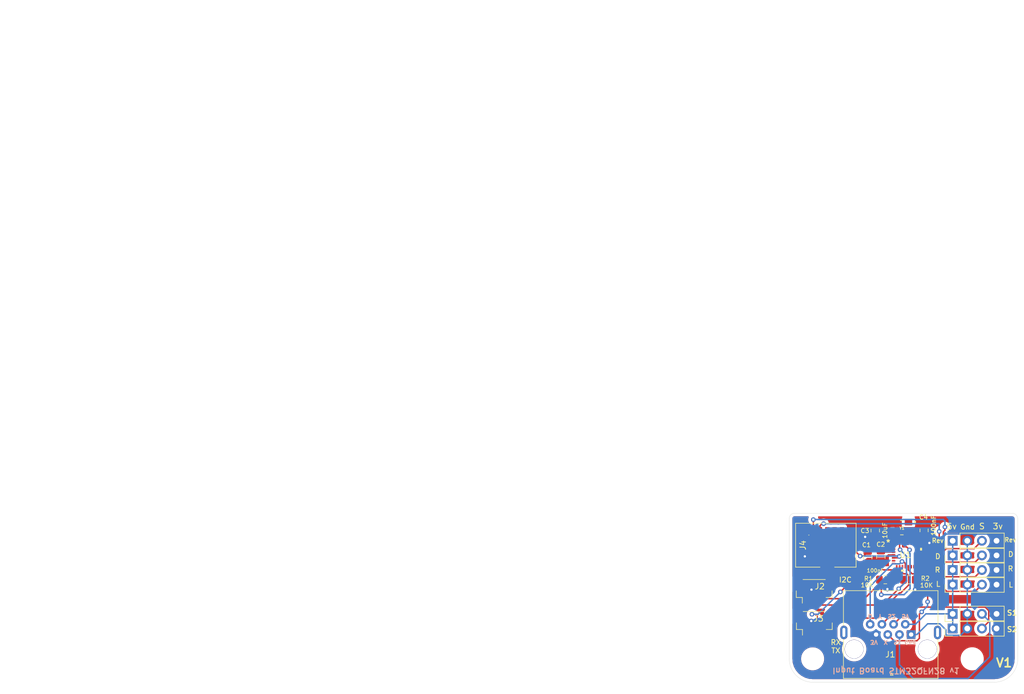
<source format=kicad_pcb>
(kicad_pcb (version 20171130) (host pcbnew "(5.1.5)-3")

  (general
    (thickness 1.6)
    (drawings 26)
    (tracks 234)
    (zones 0)
    (modules 21)
    (nets 36)
  )

  (page A4)
  (layers
    (0 F.Cu signal)
    (31 B.Cu signal)
    (32 B.Adhes user)
    (33 F.Adhes user)
    (34 B.Paste user)
    (35 F.Paste user)
    (36 B.SilkS user)
    (37 F.SilkS user)
    (38 B.Mask user)
    (39 F.Mask user)
    (40 Dwgs.User user hide)
    (41 Cmts.User user)
    (42 Eco1.User user)
    (43 Eco2.User user)
    (44 Edge.Cuts user)
    (45 Margin user)
    (46 B.CrtYd user hide)
    (47 F.CrtYd user)
    (48 B.Fab user)
    (49 F.Fab user hide)
  )

  (setup
    (last_trace_width 0.25)
    (trace_clearance 0.2)
    (zone_clearance 0.508)
    (zone_45_only no)
    (trace_min 0.2)
    (via_size 0.8)
    (via_drill 0.4)
    (via_min_size 0.4)
    (via_min_drill 0.3)
    (uvia_size 0.3)
    (uvia_drill 0.1)
    (uvias_allowed no)
    (uvia_min_size 0.2)
    (uvia_min_drill 0.1)
    (edge_width 0.05)
    (segment_width 0.2)
    (pcb_text_width 0.3)
    (pcb_text_size 1.5 1.5)
    (mod_edge_width 0.12)
    (mod_text_size 1 1)
    (mod_text_width 0.15)
    (pad_size 3.200001 3.200001)
    (pad_drill 3.200001)
    (pad_to_mask_clearance 0.051)
    (solder_mask_min_width 0.25)
    (aux_axis_origin 0 0)
    (visible_elements 7FFFFFFF)
    (pcbplotparams
      (layerselection 0x010fc_ffffffff)
      (usegerberextensions false)
      (usegerberattributes false)
      (usegerberadvancedattributes false)
      (creategerberjobfile false)
      (excludeedgelayer false)
      (linewidth 0.100000)
      (plotframeref false)
      (viasonmask false)
      (mode 1)
      (useauxorigin true)
      (hpglpennumber 1)
      (hpglpenspeed 20)
      (hpglpendiameter 15.000000)
      (psnegative false)
      (psa4output false)
      (plotreference true)
      (plotvalue true)
      (plotinvisibletext false)
      (padsonsilk false)
      (subtractmaskfromsilk false)
      (outputformat 1)
      (mirror false)
      (drillshape 0)
      (scaleselection 1)
      (outputdirectory "Gerbers/"))
  )

  (net 0 "")
  (net 1 GND)
  (net 2 +5V)
  (net 3 +3V3)
  (net 4 Other)
  (net 5 JoyY)
  (net 6 JoyX)
  (net 7 Sound2)
  (net 8 Sound1)
  (net 9 LeftButton)
  (net 10 DriveButton)
  (net 11 RightButton)
  (net 12 ReverseButton)
  (net 13 SDA)
  (net 14 SCL)
  (net 15 TX)
  (net 16 RX)
  (net 17 /RESET)
  (net 18 SWDIO)
  (net 19 SWCLK)
  (net 20 "Net-(J4-Pad8)")
  (net 21 "Net-(J4-Pad7)")
  (net 22 "Net-(J4-Pad6)")
  (net 23 "Net-(U1-Pad13)")
  (net 24 OscillatorIn)
  (net 25 "Net-(U1-Pad2)")
  (net 26 "Net-(U1-Pad6)")
  (net 27 "Net-(U1-Pad7)")
  (net 28 "Net-(U1-Pad10)")
  (net 29 "Net-(U1-Pad16)")
  (net 30 "Net-(U1-Pad22)")
  (net 31 "Net-(U1-Pad23)")
  (net 32 "Net-(U1-Pad24)")
  (net 33 "Net-(U1-Pad25)")
  (net 34 "Net-(U1-Pad28)")
  (net 35 "Net-(Y1-Pad1)")

  (net_class Default "This is the default net class."
    (clearance 0.2)
    (trace_width 0.25)
    (via_dia 0.8)
    (via_drill 0.4)
    (uvia_dia 0.3)
    (uvia_drill 0.1)
    (add_net +3V3)
    (add_net +5V)
    (add_net /RESET)
    (add_net DriveButton)
    (add_net GND)
    (add_net JoyX)
    (add_net JoyY)
    (add_net LeftButton)
    (add_net "Net-(J4-Pad6)")
    (add_net "Net-(J4-Pad7)")
    (add_net "Net-(J4-Pad8)")
    (add_net "Net-(U1-Pad10)")
    (add_net "Net-(U1-Pad13)")
    (add_net "Net-(U1-Pad16)")
    (add_net "Net-(U1-Pad2)")
    (add_net "Net-(U1-Pad22)")
    (add_net "Net-(U1-Pad23)")
    (add_net "Net-(U1-Pad24)")
    (add_net "Net-(U1-Pad25)")
    (add_net "Net-(U1-Pad28)")
    (add_net "Net-(U1-Pad6)")
    (add_net "Net-(U1-Pad7)")
    (add_net "Net-(Y1-Pad1)")
    (add_net OscillatorIn)
    (add_net Other)
    (add_net RX)
    (add_net ReverseButton)
    (add_net RightButton)
    (add_net SCL)
    (add_net SDA)
    (add_net SWCLK)
    (add_net SWDIO)
    (add_net Sound1)
    (add_net Sound2)
    (add_net TX)
  )

  (module "Useful Modifications:STM32G031G8U6" (layer F.Cu) (tedit 60F3AB9D) (tstamp 60F416FE)
    (at 152.73782 92.63126)
    (path /60CCCB89)
    (fp_text reference U1 (at 0 0) (layer F.SilkS)
      (effects (font (size 1 1) (thickness 0.15)))
    )
    (fp_text value STM32G031F4Px (at 0.157625 -3.649835) (layer Dwgs.User)
      (effects (font (size 1 1) (thickness 0.15)))
    )
    (fp_text user "Copyright 2021 Accelerated Designs. All rights reserved." (at 0 0) (layer Cmts.User)
      (effects (font (size 0.127 0.127) (thickness 0.002)))
    )
    (fp_text user * (at -2.979674 -2.13233) (layer F.SilkS)
      (effects (font (size 1 1) (thickness 0.15)))
    )
    (fp_text user * (at -1.490726 -1.75133) (layer F.Fab)
      (effects (font (size 1 1) (thickness 0.15)))
    )
    (fp_text user 0.02in/0.5mm (at -3.972674 -1.25095) (layer Dwgs.User)
      (effects (font (size 1 1) (thickness 0.15)))
    )
    (fp_text user 0.024in/0.6mm (at -2.0447 -5.0927) (layer Dwgs.User)
      (effects (font (size 1 1) (thickness 0.15)))
    )
    (fp_text user 0.012in/0.3mm (at -5.0927 2.0447) (layer Dwgs.User)
      (effects (font (size 1 1) (thickness 0.15)))
    )
    (fp_text user 0.161in/4.089mm (at 0 7.6327) (layer Dwgs.User)
      (effects (font (size 1 1) (thickness 0.15)))
    )
    (fp_text user 0.161in/4.089mm (at 7.6327 0.635) (layer Dwgs.User)
      (effects (font (size 1 1) (thickness 0.15)))
    )
    (fp_text user * (at -2.979674 -2.13233) (layer F.SilkS)
      (effects (font (size 1 1) (thickness 0.15)))
    )
    (fp_text user * (at -1.490726 -1.75133) (layer F.Fab)
      (effects (font (size 1 1) (thickness 0.15)))
    )
    (fp_line (start -1.5494 -0.2794) (end -0.2794 -1.5494) (layer F.Fab) (width 0.1))
    (fp_line (start -1.5494 1.5494) (end 1.5494 1.5494) (layer F.Fab) (width 0.1))
    (fp_line (start 1.5494 1.5494) (end 1.5494 -1.5494) (layer F.Fab) (width 0.1))
    (fp_line (start 1.5494 -1.5494) (end -1.5494 -1.5494) (layer F.Fab) (width 0.1))
    (fp_line (start -1.5494 -1.5494) (end -1.5494 1.5494) (layer F.Fab) (width 0.1))
    (fp_poly (pts (xy -0.69088 2.598674) (xy -0.69088 2.852674) (xy -0.30988 2.852674) (xy -0.30988 2.598674)) (layer F.SilkS) (width 0.1))
    (fp_poly (pts (xy 2.852674 -1.19126) (xy 2.852674 -0.81026) (xy 2.598674 -0.81026) (xy 2.598674 -1.19126)) (layer F.SilkS) (width 0.1))
    (fp_poly (pts (xy -2.344674 -1.651127) (xy -2.344674 -1.351153) (xy -1.744726 -1.351153) (xy -1.744726 -1.651127)) (layer F.Paste) (width 0.1))
    (fp_poly (pts (xy -2.344674 -1.150747) (xy -2.344674 -0.850773) (xy -1.744726 -0.850773) (xy -1.744726 -1.150747)) (layer F.Paste) (width 0.1))
    (fp_poly (pts (xy -2.344674 -0.650367) (xy -2.344674 -0.350393) (xy -1.744726 -0.350393) (xy -1.744726 -0.650367)) (layer F.Paste) (width 0.1))
    (fp_poly (pts (xy -2.344674 -0.149987) (xy -2.344674 0.149987) (xy -1.744726 0.149987) (xy -1.744726 -0.149987)) (layer F.Paste) (width 0.1))
    (fp_poly (pts (xy -2.344674 0.350393) (xy -2.344674 0.650367) (xy -1.744726 0.650367) (xy -1.744726 0.350393)) (layer F.Paste) (width 0.1))
    (fp_poly (pts (xy -2.344674 0.850773) (xy -2.344674 1.150747) (xy -1.744726 1.150747) (xy -1.744726 0.850773)) (layer F.Paste) (width 0.1))
    (fp_poly (pts (xy -2.344674 1.351153) (xy -2.344674 1.651127) (xy -1.744726 1.651127) (xy -1.744726 1.351153)) (layer F.Paste) (width 0.1))
    (fp_poly (pts (xy -1.651127 1.744726) (xy -1.651127 2.344674) (xy -1.351153 2.344674) (xy -1.351153 1.744726)) (layer F.Paste) (width 0.1))
    (fp_poly (pts (xy -1.150747 1.744726) (xy -1.150747 2.344674) (xy -0.850773 2.344674) (xy -0.850773 1.744726)) (layer F.Paste) (width 0.1))
    (fp_poly (pts (xy -0.650367 1.744726) (xy -0.650367 2.344674) (xy -0.350393 2.344674) (xy -0.350393 1.744726)) (layer F.Paste) (width 0.1))
    (fp_poly (pts (xy -0.149987 1.744726) (xy -0.149987 2.344674) (xy 0.149987 2.344674) (xy 0.149987 1.744726)) (layer F.Paste) (width 0.1))
    (fp_poly (pts (xy 0.350393 1.744726) (xy 0.350393 2.344674) (xy 0.650367 2.344674) (xy 0.650367 1.744726)) (layer F.Paste) (width 0.1))
    (fp_poly (pts (xy 0.850773 1.744726) (xy 0.850773 2.344674) (xy 1.150747 2.344674) (xy 1.150747 1.744726)) (layer F.Paste) (width 0.1))
    (fp_poly (pts (xy 1.351153 1.744726) (xy 1.351153 2.344674) (xy 1.651127 2.344674) (xy 1.651127 1.744726)) (layer F.Paste) (width 0.1))
    (fp_poly (pts (xy 1.744726 1.351153) (xy 1.744726 1.651127) (xy 2.344674 1.651127) (xy 2.344674 1.351153)) (layer F.Paste) (width 0.1))
    (fp_poly (pts (xy 1.744726 0.850773) (xy 1.744726 1.150747) (xy 2.344674 1.150747) (xy 2.344674 0.850773)) (layer F.Paste) (width 0.1))
    (fp_poly (pts (xy 1.744726 0.350393) (xy 1.744726 0.650367) (xy 2.344674 0.650367) (xy 2.344674 0.350393)) (layer F.Paste) (width 0.1))
    (fp_poly (pts (xy 1.744726 -0.149987) (xy 1.744726 0.149987) (xy 2.344674 0.149987) (xy 2.344674 -0.149987)) (layer F.Paste) (width 0.1))
    (fp_poly (pts (xy 1.744726 -0.650367) (xy 1.744726 -0.350393) (xy 2.344674 -0.350393) (xy 2.344674 -0.650367)) (layer F.Paste) (width 0.1))
    (fp_poly (pts (xy 1.744726 -1.150747) (xy 1.744726 -0.850773) (xy 2.344674 -0.850773) (xy 2.344674 -1.150747)) (layer F.Paste) (width 0.1))
    (fp_poly (pts (xy 1.744726 -1.651127) (xy 1.744726 -1.351153) (xy 2.344674 -1.351153) (xy 2.344674 -1.651127)) (layer F.Paste) (width 0.1))
    (fp_poly (pts (xy 1.351153 -2.344674) (xy 1.351153 -1.744726) (xy 1.651127 -1.744726) (xy 1.651127 -2.344674)) (layer F.Paste) (width 0.1))
    (fp_poly (pts (xy 0.850773 -2.344674) (xy 0.850773 -1.744726) (xy 1.150747 -1.744726) (xy 1.150747 -2.344674)) (layer F.Paste) (width 0.1))
    (fp_poly (pts (xy 0.350393 -2.344674) (xy 0.350393 -1.744726) (xy 0.650367 -1.744726) (xy 0.650367 -2.344674)) (layer F.Paste) (width 0.1))
    (fp_poly (pts (xy -0.149987 -2.344674) (xy -0.149987 -1.744726) (xy 0.149987 -1.744726) (xy 0.149987 -2.344674)) (layer F.Paste) (width 0.1))
    (fp_poly (pts (xy -0.650367 -2.344674) (xy -0.650367 -1.744726) (xy -0.350393 -1.744726) (xy -0.350393 -2.344674)) (layer F.Paste) (width 0.1))
    (fp_poly (pts (xy -1.150747 -2.344674) (xy -1.150747 -1.744726) (xy -0.850773 -1.744726) (xy -0.850773 -2.344674)) (layer F.Paste) (width 0.1))
    (fp_poly (pts (xy -1.651127 -2.344674) (xy -1.651127 -1.744726) (xy -1.351153 -1.744726) (xy -1.351153 -2.344674)) (layer F.Paste) (width 0.1))
    (fp_poly (pts (xy -2.344674 -1.651127) (xy -2.344674 -1.351153) (xy -1.744726 -1.351153) (xy -1.744726 -1.651127)) (layer F.Mask) (width 0.1))
    (fp_poly (pts (xy -2.344674 -1.150747) (xy -2.344674 -0.850773) (xy -1.744726 -0.850773) (xy -1.744726 -1.150747)) (layer F.Mask) (width 0.1))
    (fp_poly (pts (xy -2.344674 -0.650367) (xy -2.344674 -0.350393) (xy -1.744726 -0.350393) (xy -1.744726 -0.650367)) (layer F.Mask) (width 0.1))
    (fp_poly (pts (xy -2.344674 -0.149987) (xy -2.344674 0.149987) (xy -1.744726 0.149987) (xy -1.744726 -0.149987)) (layer F.Mask) (width 0.1))
    (fp_poly (pts (xy -2.344674 0.350393) (xy -2.344674 0.650367) (xy -1.744726 0.650367) (xy -1.744726 0.350393)) (layer F.Mask) (width 0.1))
    (fp_poly (pts (xy -2.344674 0.850773) (xy -2.344674 1.150747) (xy -1.744726 1.150747) (xy -1.744726 0.850773)) (layer F.Mask) (width 0.1))
    (fp_poly (pts (xy -2.344674 1.351153) (xy -2.344674 1.651127) (xy -1.744726 1.651127) (xy -1.744726 1.351153)) (layer F.Mask) (width 0.1))
    (fp_poly (pts (xy -1.651127 1.744726) (xy -1.651127 2.344674) (xy -1.351153 2.344674) (xy -1.351153 1.744726)) (layer F.Mask) (width 0.1))
    (fp_poly (pts (xy -1.150747 1.744726) (xy -1.150747 2.344674) (xy -0.850773 2.344674) (xy -0.850773 1.744726)) (layer F.Mask) (width 0.1))
    (fp_poly (pts (xy -0.650367 1.744726) (xy -0.650367 2.344674) (xy -0.350393 2.344674) (xy -0.350393 1.744726)) (layer F.Mask) (width 0.1))
    (fp_poly (pts (xy -0.149987 1.744726) (xy -0.149987 2.344674) (xy 0.149987 2.344674) (xy 0.149987 1.744726)) (layer F.Mask) (width 0.1))
    (fp_poly (pts (xy 0.350393 1.744726) (xy 0.350393 2.344674) (xy 0.650367 2.344674) (xy 0.650367 1.744726)) (layer F.Mask) (width 0.1))
    (fp_poly (pts (xy 0.850773 1.744726) (xy 0.850773 2.344674) (xy 1.150747 2.344674) (xy 1.150747 1.744726)) (layer F.Mask) (width 0.1))
    (fp_poly (pts (xy 1.351153 1.744726) (xy 1.351153 2.344674) (xy 1.651127 2.344674) (xy 1.651127 1.744726)) (layer F.Mask) (width 0.1))
    (fp_poly (pts (xy 1.744726 1.351153) (xy 1.744726 1.651127) (xy 2.344674 1.651127) (xy 2.344674 1.351153)) (layer F.Mask) (width 0.1))
    (fp_poly (pts (xy 1.744726 0.850773) (xy 1.744726 1.150747) (xy 2.344674 1.150747) (xy 2.344674 0.850773)) (layer F.Mask) (width 0.1))
    (fp_poly (pts (xy 1.744726 0.350393) (xy 1.744726 0.650367) (xy 2.344674 0.650367) (xy 2.344674 0.350393)) (layer F.Mask) (width 0.1))
    (fp_poly (pts (xy 1.744726 -0.149987) (xy 1.744726 0.149987) (xy 2.344674 0.149987) (xy 2.344674 -0.149987)) (layer F.Mask) (width 0.1))
    (fp_poly (pts (xy 1.744726 -0.650367) (xy 1.744726 -0.350393) (xy 2.344674 -0.350393) (xy 2.344674 -0.650367)) (layer F.Mask) (width 0.1))
    (fp_poly (pts (xy 1.744726 -1.150747) (xy 1.744726 -0.850773) (xy 2.344674 -0.850773) (xy 2.344674 -1.150747)) (layer F.Mask) (width 0.1))
    (fp_poly (pts (xy 1.744726 -1.651127) (xy 1.744726 -1.351153) (xy 2.344674 -1.351153) (xy 2.344674 -1.651127)) (layer F.Mask) (width 0.1))
    (fp_poly (pts (xy 1.351153 -2.344674) (xy 1.351153 -1.744726) (xy 1.651127 -1.744726) (xy 1.651127 -2.344674)) (layer F.Mask) (width 0.1))
    (fp_poly (pts (xy 0.850773 -2.344674) (xy 0.850773 -1.744726) (xy 1.150747 -1.744726) (xy 1.150747 -2.344674)) (layer F.Mask) (width 0.1))
    (fp_poly (pts (xy 0.350393 -2.344674) (xy 0.350393 -1.744726) (xy 0.650367 -1.744726) (xy 0.650367 -2.344674)) (layer F.Mask) (width 0.1))
    (fp_poly (pts (xy -0.149987 -2.344674) (xy -0.149987 -1.744726) (xy 0.149987 -1.744726) (xy 0.149987 -2.344674)) (layer F.Mask) (width 0.1))
    (fp_poly (pts (xy -0.650367 -2.344674) (xy -0.650367 -1.744726) (xy -0.350393 -1.744726) (xy -0.350393 -2.344674)) (layer F.Mask) (width 0.1))
    (fp_poly (pts (xy -1.150747 -2.344674) (xy -1.150747 -1.744726) (xy -0.850773 -1.744726) (xy -0.850773 -2.344674)) (layer F.Mask) (width 0.1))
    (fp_poly (pts (xy -1.651127 -2.344674) (xy -1.651127 -1.744726) (xy -1.351153 -1.744726) (xy -1.351153 -2.344674)) (layer F.Mask) (width 0.1))
    (fp_line (start -1.8034 1.8034) (end -1.8034 1.905127) (layer F.CrtYd) (width 0.05))
    (fp_line (start -1.8034 1.905127) (end -2.598674 1.905127) (layer F.CrtYd) (width 0.05))
    (fp_line (start -2.598674 1.905127) (end -2.598674 -1.905127) (layer F.CrtYd) (width 0.05))
    (fp_line (start -2.598674 -1.905127) (end -1.8034 -1.905127) (layer F.CrtYd) (width 0.05))
    (fp_line (start -1.8034 -1.905127) (end -1.8034 -1.8034) (layer F.CrtYd) (width 0.05))
    (fp_line (start -1.8034 -1.8034) (end -1.905127 -1.8034) (layer F.CrtYd) (width 0.05))
    (fp_line (start -1.905127 -1.8034) (end -1.905127 -2.598674) (layer F.CrtYd) (width 0.05))
    (fp_line (start -1.905127 -2.598674) (end 1.905127 -2.598674) (layer F.CrtYd) (width 0.05))
    (fp_line (start 1.905127 -2.598674) (end 1.905127 -1.8034) (layer F.CrtYd) (width 0.05))
    (fp_line (start 1.905127 -1.8034) (end 1.8034 -1.8034) (layer F.CrtYd) (width 0.05))
    (fp_line (start 1.8034 -1.8034) (end 1.8034 -1.905127) (layer F.CrtYd) (width 0.05))
    (fp_line (start 1.8034 -1.905127) (end 2.598674 -1.905127) (layer F.CrtYd) (width 0.05))
    (fp_line (start 2.598674 -1.905127) (end 2.598674 1.905127) (layer F.CrtYd) (width 0.05))
    (fp_line (start 2.598674 1.905127) (end 1.8034 1.905127) (layer F.CrtYd) (width 0.05))
    (fp_line (start 1.8034 1.905127) (end 1.8034 1.8034) (layer F.CrtYd) (width 0.05))
    (fp_line (start 1.8034 1.8034) (end 1.905127 1.8034) (layer F.CrtYd) (width 0.05))
    (fp_line (start 1.905127 1.8034) (end 1.905127 2.598674) (layer F.CrtYd) (width 0.05))
    (fp_line (start 1.905127 2.598674) (end -1.905127 2.598674) (layer F.CrtYd) (width 0.05))
    (fp_line (start -1.905127 2.598674) (end -1.905127 1.8034) (layer F.CrtYd) (width 0.05))
    (fp_line (start -1.905127 1.8034) (end -1.8034 1.8034) (layer F.CrtYd) (width 0.05))
    (pad 1 smd rect (at -2.0447 -1.50114 90) (size 0.299974 0.599948) (layers F.Cu F.Paste F.Mask)
      (net 24 OscillatorIn))
    (pad 2 smd rect (at -2.0447 -1.00076 90) (size 0.299974 0.599948) (layers F.Cu F.Paste F.Mask)
      (net 25 "Net-(U1-Pad2)"))
    (pad 3 smd rect (at -2.0447 -0.50038 90) (size 0.299974 0.599948) (layers F.Cu F.Paste F.Mask)
      (net 3 +3V3))
    (pad 4 smd rect (at -2.0447 0 90) (size 0.299974 0.599948) (layers F.Cu F.Paste F.Mask)
      (net 1 GND))
    (pad 5 smd rect (at -2.0447 0.50038 90) (size 0.299974 0.599948) (layers F.Cu F.Paste F.Mask)
      (net 17 /RESET))
    (pad 6 smd rect (at -2.0447 1.00076 90) (size 0.299974 0.599948) (layers F.Cu F.Paste F.Mask)
      (net 26 "Net-(U1-Pad6)"))
    (pad 7 smd rect (at -2.0447 1.50114 90) (size 0.299974 0.599948) (layers F.Cu F.Paste F.Mask)
      (net 27 "Net-(U1-Pad7)"))
    (pad 8 smd rect (at -1.50114 2.0447) (size 0.299974 0.599948) (layers F.Cu F.Paste F.Mask)
      (net 15 TX))
    (pad 9 smd rect (at -1.00076 2.0447) (size 0.299974 0.599948) (layers F.Cu F.Paste F.Mask)
      (net 16 RX))
    (pad 10 smd rect (at -0.50038 2.0447) (size 0.299974 0.599948) (layers F.Cu F.Paste F.Mask)
      (net 28 "Net-(U1-Pad10)"))
    (pad 11 smd rect (at 0 2.0447) (size 0.299974 0.599948) (layers F.Cu F.Paste F.Mask)
      (net 4 Other))
    (pad 12 smd rect (at 0.50038 2.0447) (size 0.299974 0.599948) (layers F.Cu F.Paste F.Mask)
      (net 5 JoyY))
    (pad 13 smd rect (at 1.00076 2.0447) (size 0.299974 0.599948) (layers F.Cu F.Paste F.Mask)
      (net 23 "Net-(U1-Pad13)"))
    (pad 14 smd rect (at 1.50114 2.0447) (size 0.299974 0.599948) (layers F.Cu F.Paste F.Mask)
      (net 6 JoyX))
    (pad 15 smd rect (at 2.0447 1.50114 90) (size 0.299974 0.599948) (layers F.Cu F.Paste F.Mask)
      (net 9 LeftButton))
    (pad 16 smd rect (at 2.0447 1.00076 90) (size 0.299974 0.599948) (layers F.Cu F.Paste F.Mask)
      (net 29 "Net-(U1-Pad16)"))
    (pad 17 smd rect (at 2.0447 0.50038 90) (size 0.299974 0.599948) (layers F.Cu F.Paste F.Mask)
      (net 11 RightButton))
    (pad 18 smd rect (at 2.0447 0 90) (size 0.299974 0.599948) (layers F.Cu F.Paste F.Mask)
      (net 10 DriveButton))
    (pad 19 smd rect (at 2.0447 -0.50038 90) (size 0.299974 0.599948) (layers F.Cu F.Paste F.Mask)
      (net 12 ReverseButton))
    (pad 20 smd rect (at 2.0447 -1.00076 90) (size 0.299974 0.599948) (layers F.Cu F.Paste F.Mask)
      (net 18 SWDIO))
    (pad 21 smd rect (at 2.0447 -1.50114 90) (size 0.299974 0.599948) (layers F.Cu F.Paste F.Mask)
      (net 19 SWCLK))
    (pad 22 smd rect (at 1.50114 -2.0447) (size 0.299974 0.599948) (layers F.Cu F.Paste F.Mask)
      (net 30 "Net-(U1-Pad22)"))
    (pad 23 smd rect (at 1.00076 -2.0447) (size 0.299974 0.599948) (layers F.Cu F.Paste F.Mask)
      (net 31 "Net-(U1-Pad23)"))
    (pad 24 smd rect (at 0.50038 -2.0447) (size 0.299974 0.599948) (layers F.Cu F.Paste F.Mask)
      (net 32 "Net-(U1-Pad24)"))
    (pad 25 smd rect (at 0 -2.0447) (size 0.299974 0.599948) (layers F.Cu F.Paste F.Mask)
      (net 33 "Net-(U1-Pad25)"))
    (pad 26 smd rect (at -0.50038 -2.0447) (size 0.299974 0.599948) (layers F.Cu F.Paste F.Mask)
      (net 14 SCL))
    (pad 27 smd rect (at -1.00076 -2.0447) (size 0.299974 0.599948) (layers F.Cu F.Paste F.Mask)
      (net 13 SDA))
    (pad 28 smd rect (at -1.50114 -2.0447) (size 0.299974 0.599948) (layers F.Cu F.Paste F.Mask)
      (net 34 "Net-(U1-Pad28)"))
  )

  (module "" (layer F.Cu) (tedit 0) (tstamp 0)
    (at -4.191 -3.5306)
    (fp_text reference "" (at 160.94964 95.25) (layer F.SilkS)
      (effects (font (size 1.27 1.27) (thickness 0.15)))
    )
    (fp_text value "" (at 160.94964 95.25) (layer F.SilkS)
      (effects (font (size 1.27 1.27) (thickness 0.15)))
    )
  )

  (module Connector_PinHeader_2.54mm:PinHeader_1x04_P2.54mm_Vertical (layer F.Cu) (tedit 59FED5CC) (tstamp 60F413C9)
    (at 160.94964 95.25 90)
    (descr "Through hole straight pin header, 1x04, 2.54mm pitch, single row")
    (tags "Through hole pin header THT 1x04 2.54mm single row")
    (path /605054CB)
    (fp_text reference J6 (at 0.06858 12.31392 180) (layer F.SilkS) hide
      (effects (font (size 1 1) (thickness 0.15)))
    )
    (fp_text value Conn_01x04_Male (at 0 9.95 90) (layer F.Fab)
      (effects (font (size 1 1) (thickness 0.15)))
    )
    (fp_line (start -0.635 -1.27) (end 1.27 -1.27) (layer F.Fab) (width 0.1))
    (fp_line (start 1.27 -1.27) (end 1.27 8.89) (layer F.Fab) (width 0.1))
    (fp_line (start 1.27 8.89) (end -1.27 8.89) (layer F.Fab) (width 0.1))
    (fp_line (start -1.27 8.89) (end -1.27 -0.635) (layer F.Fab) (width 0.1))
    (fp_line (start -1.27 -0.635) (end -0.635 -1.27) (layer F.Fab) (width 0.1))
    (fp_line (start -1.33 8.95) (end 1.33 8.95) (layer F.SilkS) (width 0.12))
    (fp_line (start -1.33 1.27) (end -1.33 8.95) (layer F.SilkS) (width 0.12))
    (fp_line (start 1.33 1.27) (end 1.33 8.95) (layer F.SilkS) (width 0.12))
    (fp_line (start -1.33 1.27) (end 1.33 1.27) (layer F.SilkS) (width 0.12))
    (fp_line (start -1.33 0) (end -1.33 -1.33) (layer F.SilkS) (width 0.12))
    (fp_line (start -1.33 -1.33) (end 0 -1.33) (layer F.SilkS) (width 0.12))
    (fp_line (start -1.8 -1.8) (end -1.8 9.4) (layer F.CrtYd) (width 0.05))
    (fp_line (start -1.8 9.4) (end 1.8 9.4) (layer F.CrtYd) (width 0.05))
    (fp_line (start 1.8 9.4) (end 1.8 -1.8) (layer F.CrtYd) (width 0.05))
    (fp_line (start 1.8 -1.8) (end -1.8 -1.8) (layer F.CrtYd) (width 0.05))
    (fp_text user %R (at 0 3.81) (layer F.Fab)
      (effects (font (size 1 1) (thickness 0.15)))
    )
    (pad 4 thru_hole oval (at 0 7.62 90) (size 1.7 1.7) (drill 1) (layers *.Cu *.Mask)
      (net 3 +3V3))
    (pad 3 thru_hole oval (at 0 5.08 90) (size 1.7 1.7) (drill 1) (layers *.Cu *.Mask)
      (net 11 RightButton))
    (pad 2 thru_hole oval (at 0 2.54 90) (size 1.7 1.7) (drill 1) (layers *.Cu *.Mask)
      (net 1 GND))
    (pad 1 thru_hole rect (at 0 0 90) (size 1.7 1.7) (drill 1) (layers *.Cu *.Mask)
      (net 2 +5V))
    (model ${KISYS3DMOD}/Connector_PinHeader_2.54mm.3dshapes/PinHeader_1x04_P2.54mm_Vertical.wrl
      (at (xyz 0 0 0))
      (scale (xyz 1 1 1))
      (rotate (xyz 0 0 0))
    )
  )

  (module MountingHole:MountingHole_3mm (layer F.Cu) (tedit 56D1B4CB) (tstamp 5D61F0F3)
    (at 136.638 110.678)
    (descr "Mounting Hole 3mm, no annular")
    (tags "mounting hole 3mm no annular")
    (attr virtual)
    (fp_text reference "" (at 0 -4) (layer F.SilkS)
      (effects (font (size 1 1) (thickness 0.15)))
    )
    (fp_text value "" (at 0 4) (layer F.Fab)
      (effects (font (size 1 1) (thickness 0.15)))
    )
    (fp_circle (center 0 0) (end 3.25 0) (layer F.CrtYd) (width 0.05))
    (fp_circle (center 0 0) (end 3 0) (layer Cmts.User) (width 0.15))
    (fp_text user %R (at 0.3 0) (layer F.Fab)
      (effects (font (size 1 1) (thickness 0.15)))
    )
    (pad 1 np_thru_hole circle (at 0 0) (size 3 3) (drill 3) (layers *.Cu *.Mask))
  )

  (module MountingHole:MountingHole_3mm (layer F.Cu) (tedit 56D1B4CB) (tstamp 5D61F059)
    (at 164.338 110.678)
    (descr "Mounting Hole 3mm, no annular")
    (tags "mounting hole 3mm no annular")
    (attr virtual)
    (fp_text reference "" (at 0 -4) (layer F.SilkS)
      (effects (font (size 1 1) (thickness 0.15)))
    )
    (fp_text value "" (at 0 4) (layer F.Fab)
      (effects (font (size 1 1) (thickness 0.15)))
    )
    (fp_circle (center 0 0) (end 3.25 0) (layer F.CrtYd) (width 0.05))
    (fp_circle (center 0 0) (end 3 0) (layer Cmts.User) (width 0.15))
    (fp_text user %R (at 0.3 0) (layer F.Fab)
      (effects (font (size 1 1) (thickness 0.15)))
    )
    (pad 1 np_thru_hole circle (at 0 0) (size 3 3) (drill 3) (layers *.Cu *.Mask))
  )

  (module Connector_PinHeader_2.54mm:PinHeader_1x04_P2.54mm_Vertical (layer F.Cu) (tedit 59FED5CC) (tstamp 604ED0CA)
    (at 160.94964 97.79 90)
    (descr "Through hole straight pin header, 1x04, 2.54mm pitch, single row")
    (tags "Through hole pin header THT 1x04 2.54mm single row")
    (path /60504CA9)
    (fp_text reference J5 (at 0.09906 12.2301 180) (layer F.SilkS) hide
      (effects (font (size 1 1) (thickness 0.15)))
    )
    (fp_text value Conn_01x04_Male (at 0 9.95 90) (layer F.Fab)
      (effects (font (size 1 1) (thickness 0.15)))
    )
    (fp_line (start -0.635 -1.27) (end 1.27 -1.27) (layer F.Fab) (width 0.1))
    (fp_line (start 1.27 -1.27) (end 1.27 8.89) (layer F.Fab) (width 0.1))
    (fp_line (start 1.27 8.89) (end -1.27 8.89) (layer F.Fab) (width 0.1))
    (fp_line (start -1.27 8.89) (end -1.27 -0.635) (layer F.Fab) (width 0.1))
    (fp_line (start -1.27 -0.635) (end -0.635 -1.27) (layer F.Fab) (width 0.1))
    (fp_line (start -1.33 8.95) (end 1.33 8.95) (layer F.SilkS) (width 0.12))
    (fp_line (start -1.33 1.27) (end -1.33 8.95) (layer F.SilkS) (width 0.12))
    (fp_line (start 1.33 1.27) (end 1.33 8.95) (layer F.SilkS) (width 0.12))
    (fp_line (start -1.33 1.27) (end 1.33 1.27) (layer F.SilkS) (width 0.12))
    (fp_line (start -1.33 0) (end -1.33 -1.33) (layer F.SilkS) (width 0.12))
    (fp_line (start -1.33 -1.33) (end 0 -1.33) (layer F.SilkS) (width 0.12))
    (fp_line (start -1.8 -1.8) (end -1.8 9.4) (layer F.CrtYd) (width 0.05))
    (fp_line (start -1.8 9.4) (end 1.8 9.4) (layer F.CrtYd) (width 0.05))
    (fp_line (start 1.8 9.4) (end 1.8 -1.8) (layer F.CrtYd) (width 0.05))
    (fp_line (start 1.8 -1.8) (end -1.8 -1.8) (layer F.CrtYd) (width 0.05))
    (fp_text user %R (at 0 3.81) (layer F.Fab)
      (effects (font (size 1 1) (thickness 0.15)))
    )
    (pad 4 thru_hole oval (at 0 7.62 90) (size 1.7 1.7) (drill 1) (layers *.Cu *.Mask)
      (net 3 +3V3))
    (pad 3 thru_hole oval (at 0 5.08 90) (size 1.7 1.7) (drill 1) (layers *.Cu *.Mask)
      (net 9 LeftButton))
    (pad 2 thru_hole oval (at 0 2.54 90) (size 1.7 1.7) (drill 1) (layers *.Cu *.Mask)
      (net 1 GND))
    (pad 1 thru_hole rect (at 0 0 90) (size 1.7 1.7) (drill 1) (layers *.Cu *.Mask)
      (net 2 +5V))
    (model ${KISYS3DMOD}/Connector_PinHeader_2.54mm.3dshapes/PinHeader_1x04_P2.54mm_Vertical.wrl
      (at (xyz 0 0 0))
      (scale (xyz 1 1 1))
      (rotate (xyz 0 0 0))
    )
  )

  (module Connector_PinHeader_2.54mm:PinHeader_1x04_P2.54mm_Vertical (layer F.Cu) (tedit 59FED5CC) (tstamp 604ED0FA)
    (at 160.94964 92.71 90)
    (descr "Through hole straight pin header, 1x04, 2.54mm pitch, single row")
    (tags "Through hole pin header THT 1x04 2.54mm single row")
    (path /604FCE85)
    (fp_text reference J7 (at -0.04572 12.02182 180) (layer F.SilkS) hide
      (effects (font (size 1 1) (thickness 0.15)))
    )
    (fp_text value Conn_01x04_Male (at 0 9.95 90) (layer F.Fab)
      (effects (font (size 1 1) (thickness 0.15)))
    )
    (fp_line (start -0.635 -1.27) (end 1.27 -1.27) (layer F.Fab) (width 0.1))
    (fp_line (start 1.27 -1.27) (end 1.27 8.89) (layer F.Fab) (width 0.1))
    (fp_line (start 1.27 8.89) (end -1.27 8.89) (layer F.Fab) (width 0.1))
    (fp_line (start -1.27 8.89) (end -1.27 -0.635) (layer F.Fab) (width 0.1))
    (fp_line (start -1.27 -0.635) (end -0.635 -1.27) (layer F.Fab) (width 0.1))
    (fp_line (start -1.33 8.95) (end 1.33 8.95) (layer F.SilkS) (width 0.12))
    (fp_line (start -1.33 1.27) (end -1.33 8.95) (layer F.SilkS) (width 0.12))
    (fp_line (start 1.33 1.27) (end 1.33 8.95) (layer F.SilkS) (width 0.12))
    (fp_line (start -1.33 1.27) (end 1.33 1.27) (layer F.SilkS) (width 0.12))
    (fp_line (start -1.33 0) (end -1.33 -1.33) (layer F.SilkS) (width 0.12))
    (fp_line (start -1.33 -1.33) (end 0 -1.33) (layer F.SilkS) (width 0.12))
    (fp_line (start -1.8 -1.8) (end -1.8 9.4) (layer F.CrtYd) (width 0.05))
    (fp_line (start -1.8 9.4) (end 1.8 9.4) (layer F.CrtYd) (width 0.05))
    (fp_line (start 1.8 9.4) (end 1.8 -1.8) (layer F.CrtYd) (width 0.05))
    (fp_line (start 1.8 -1.8) (end -1.8 -1.8) (layer F.CrtYd) (width 0.05))
    (fp_text user %R (at 0 3.81) (layer F.Fab)
      (effects (font (size 1 1) (thickness 0.15)))
    )
    (pad 4 thru_hole oval (at 0 7.62 90) (size 1.7 1.7) (drill 1) (layers *.Cu *.Mask)
      (net 3 +3V3))
    (pad 3 thru_hole oval (at 0 5.08 90) (size 1.7 1.7) (drill 1) (layers *.Cu *.Mask)
      (net 10 DriveButton))
    (pad 2 thru_hole oval (at 0 2.54 90) (size 1.7 1.7) (drill 1) (layers *.Cu *.Mask)
      (net 1 GND))
    (pad 1 thru_hole rect (at 0 0 90) (size 1.7 1.7) (drill 1) (layers *.Cu *.Mask)
      (net 2 +5V))
    (model ${KISYS3DMOD}/Connector_PinHeader_2.54mm.3dshapes/PinHeader_1x04_P2.54mm_Vertical.wrl
      (at (xyz 0 0 0))
      (scale (xyz 1 1 1))
      (rotate (xyz 0 0 0))
    )
  )

  (module Connector_PinHeader_2.54mm:PinHeader_1x04_P2.54mm_Vertical (layer F.Cu) (tedit 59FED5CC) (tstamp 604ED112)
    (at 160.94964 90.17 90)
    (descr "Through hole straight pin header, 1x04, 2.54mm pitch, single row")
    (tags "Through hole pin header THT 1x04 2.54mm single row")
    (path /6050692F)
    (fp_text reference J9 (at -0.0762 12.14628 180) (layer F.SilkS) hide
      (effects (font (size 1 1) (thickness 0.15)))
    )
    (fp_text value Conn_01x04_Male (at 0 9.95 90) (layer F.Fab)
      (effects (font (size 1 1) (thickness 0.15)))
    )
    (fp_line (start 1.8 -1.8) (end -1.8 -1.8) (layer F.CrtYd) (width 0.05))
    (fp_line (start 1.8 9.4) (end 1.8 -1.8) (layer F.CrtYd) (width 0.05))
    (fp_line (start -1.8 9.4) (end 1.8 9.4) (layer F.CrtYd) (width 0.05))
    (fp_line (start -1.8 -1.8) (end -1.8 9.4) (layer F.CrtYd) (width 0.05))
    (fp_line (start -1.33 -1.33) (end 0 -1.33) (layer F.SilkS) (width 0.12))
    (fp_line (start -1.33 0) (end -1.33 -1.33) (layer F.SilkS) (width 0.12))
    (fp_line (start -1.33 1.27) (end 1.33 1.27) (layer F.SilkS) (width 0.12))
    (fp_line (start 1.33 1.27) (end 1.33 8.95) (layer F.SilkS) (width 0.12))
    (fp_line (start -1.33 1.27) (end -1.33 8.95) (layer F.SilkS) (width 0.12))
    (fp_line (start -1.33 8.95) (end 1.33 8.95) (layer F.SilkS) (width 0.12))
    (fp_line (start -1.27 -0.635) (end -0.635 -1.27) (layer F.Fab) (width 0.1))
    (fp_line (start -1.27 8.89) (end -1.27 -0.635) (layer F.Fab) (width 0.1))
    (fp_line (start 1.27 8.89) (end -1.27 8.89) (layer F.Fab) (width 0.1))
    (fp_line (start 1.27 -1.27) (end 1.27 8.89) (layer F.Fab) (width 0.1))
    (fp_line (start -0.635 -1.27) (end 1.27 -1.27) (layer F.Fab) (width 0.1))
    (fp_text user %R (at 0 3.81) (layer F.Fab)
      (effects (font (size 1 1) (thickness 0.15)))
    )
    (pad 1 thru_hole rect (at 0 0 90) (size 1.7 1.7) (drill 1) (layers *.Cu *.Mask)
      (net 2 +5V))
    (pad 2 thru_hole oval (at 0 2.54 90) (size 1.7 1.7) (drill 1) (layers *.Cu *.Mask)
      (net 1 GND))
    (pad 3 thru_hole oval (at 0 5.08 90) (size 1.7 1.7) (drill 1) (layers *.Cu *.Mask)
      (net 12 ReverseButton))
    (pad 4 thru_hole oval (at 0 7.62 90) (size 1.7 1.7) (drill 1) (layers *.Cu *.Mask)
      (net 3 +3V3))
    (model ${KISYS3DMOD}/Connector_PinHeader_2.54mm.3dshapes/PinHeader_1x04_P2.54mm_Vertical.wrl
      (at (xyz 0 0 0))
      (scale (xyz 1 1 1))
      (rotate (xyz 0 0 0))
    )
  )

  (module Connector_PinHeader_2.54mm:PinHeader_1x04_P2.54mm_Vertical (layer F.Cu) (tedit 59FED5CC) (tstamp 604ED826)
    (at 160.94964 102.87 90)
    (descr "Through hole straight pin header, 1x04, 2.54mm pitch, single row")
    (tags "Through hole pin header THT 1x04 2.54mm single row")
    (path /605074E4)
    (fp_text reference J10 (at 0.57912 12.8143 180) (layer F.SilkS) hide
      (effects (font (size 1 1) (thickness 0.15)))
    )
    (fp_text value Conn_01x04_Male (at 0 9.95 90) (layer F.Fab)
      (effects (font (size 1 1) (thickness 0.15)))
    )
    (fp_line (start -0.635 -1.27) (end 1.27 -1.27) (layer F.Fab) (width 0.1))
    (fp_line (start 1.27 -1.27) (end 1.27 8.89) (layer F.Fab) (width 0.1))
    (fp_line (start 1.27 8.89) (end -1.27 8.89) (layer F.Fab) (width 0.1))
    (fp_line (start -1.27 8.89) (end -1.27 -0.635) (layer F.Fab) (width 0.1))
    (fp_line (start -1.27 -0.635) (end -0.635 -1.27) (layer F.Fab) (width 0.1))
    (fp_line (start -1.33 8.95) (end 1.33 8.95) (layer F.SilkS) (width 0.12))
    (fp_line (start -1.33 1.27) (end -1.33 8.95) (layer F.SilkS) (width 0.12))
    (fp_line (start 1.33 1.27) (end 1.33 8.95) (layer F.SilkS) (width 0.12))
    (fp_line (start -1.33 1.27) (end 1.33 1.27) (layer F.SilkS) (width 0.12))
    (fp_line (start -1.33 0) (end -1.33 -1.33) (layer F.SilkS) (width 0.12))
    (fp_line (start -1.33 -1.33) (end 0 -1.33) (layer F.SilkS) (width 0.12))
    (fp_line (start -1.8 -1.8) (end -1.8 9.4) (layer F.CrtYd) (width 0.05))
    (fp_line (start -1.8 9.4) (end 1.8 9.4) (layer F.CrtYd) (width 0.05))
    (fp_line (start 1.8 9.4) (end 1.8 -1.8) (layer F.CrtYd) (width 0.05))
    (fp_line (start 1.8 -1.8) (end -1.8 -1.8) (layer F.CrtYd) (width 0.05))
    (fp_text user %R (at 0 3.81) (layer F.Fab)
      (effects (font (size 1 1) (thickness 0.15)))
    )
    (pad 4 thru_hole oval (at 0 7.62 90) (size 1.7 1.7) (drill 1) (layers *.Cu *.Mask)
      (net 3 +3V3))
    (pad 3 thru_hole oval (at 0 5.08 90) (size 1.7 1.7) (drill 1) (layers *.Cu *.Mask)
      (net 8 Sound1))
    (pad 2 thru_hole oval (at 0 2.54 90) (size 1.7 1.7) (drill 1) (layers *.Cu *.Mask)
      (net 1 GND))
    (pad 1 thru_hole rect (at 0 0 90) (size 1.7 1.7) (drill 1) (layers *.Cu *.Mask)
      (net 2 +5V))
    (model ${KISYS3DMOD}/Connector_PinHeader_2.54mm.3dshapes/PinHeader_1x04_P2.54mm_Vertical.wrl
      (at (xyz 0 0 0))
      (scale (xyz 1 1 1))
      (rotate (xyz 0 0 0))
    )
  )

  (module Connector_PinHeader_2.54mm:PinHeader_1x04_P2.54mm_Vertical (layer F.Cu) (tedit 59FED5CC) (tstamp 604ED142)
    (at 160.94964 105.41 90)
    (descr "Through hole straight pin header, 1x04, 2.54mm pitch, single row")
    (tags "Through hole pin header THT 1x04 2.54mm single row")
    (path /605083D1)
    (fp_text reference J11 (at 0.44196 13.06576 180) (layer F.SilkS) hide
      (effects (font (size 1 1) (thickness 0.15)))
    )
    (fp_text value Conn_01x04_Male (at 0 9.95 90) (layer F.Fab)
      (effects (font (size 1 1) (thickness 0.15)))
    )
    (fp_line (start 1.8 -1.8) (end -1.8 -1.8) (layer F.CrtYd) (width 0.05))
    (fp_line (start 1.8 9.4) (end 1.8 -1.8) (layer F.CrtYd) (width 0.05))
    (fp_line (start -1.8 9.4) (end 1.8 9.4) (layer F.CrtYd) (width 0.05))
    (fp_line (start -1.8 -1.8) (end -1.8 9.4) (layer F.CrtYd) (width 0.05))
    (fp_line (start -1.33 -1.33) (end 0 -1.33) (layer F.SilkS) (width 0.12))
    (fp_line (start -1.33 0) (end -1.33 -1.33) (layer F.SilkS) (width 0.12))
    (fp_line (start -1.33 1.27) (end 1.33 1.27) (layer F.SilkS) (width 0.12))
    (fp_line (start 1.33 1.27) (end 1.33 8.95) (layer F.SilkS) (width 0.12))
    (fp_line (start -1.33 1.27) (end -1.33 8.95) (layer F.SilkS) (width 0.12))
    (fp_line (start -1.33 8.95) (end 1.33 8.95) (layer F.SilkS) (width 0.12))
    (fp_line (start -1.27 -0.635) (end -0.635 -1.27) (layer F.Fab) (width 0.1))
    (fp_line (start -1.27 8.89) (end -1.27 -0.635) (layer F.Fab) (width 0.1))
    (fp_line (start 1.27 8.89) (end -1.27 8.89) (layer F.Fab) (width 0.1))
    (fp_line (start 1.27 -1.27) (end 1.27 8.89) (layer F.Fab) (width 0.1))
    (fp_line (start -0.635 -1.27) (end 1.27 -1.27) (layer F.Fab) (width 0.1))
    (fp_text user %R (at 0 3.81) (layer F.Fab)
      (effects (font (size 1 1) (thickness 0.15)))
    )
    (pad 1 thru_hole rect (at 0 0 90) (size 1.7 1.7) (drill 1) (layers *.Cu *.Mask)
      (net 2 +5V))
    (pad 2 thru_hole oval (at 0 2.54 90) (size 1.7 1.7) (drill 1) (layers *.Cu *.Mask)
      (net 1 GND))
    (pad 3 thru_hole oval (at 0 5.08 90) (size 1.7 1.7) (drill 1) (layers *.Cu *.Mask)
      (net 7 Sound2))
    (pad 4 thru_hole oval (at 0 7.62 90) (size 1.7 1.7) (drill 1) (layers *.Cu *.Mask)
      (net 3 +3V3))
    (model ${KISYS3DMOD}/Connector_PinHeader_2.54mm.3dshapes/PinHeader_1x04_P2.54mm_Vertical.wrl
      (at (xyz 0 0 0))
      (scale (xyz 1 1 1))
      (rotate (xyz 0 0 0))
    )
  )

  (module Resistor_SMD:R_0805_2012Metric_Pad1.15x1.40mm_HandSolder (layer F.Cu) (tedit 5B36C52B) (tstamp 604ED153)
    (at 149.25294 96.93148)
    (descr "Resistor SMD 0805 (2012 Metric), square (rectangular) end terminal, IPC_7351 nominal with elongated pad for handsoldering. (Body size source: https://docs.google.com/spreadsheets/d/1BsfQQcO9C6DZCsRaXUlFlo91Tg2WpOkGARC1WS5S8t0/edit?usp=sharing), generated with kicad-footprint-generator")
    (tags "resistor handsolder")
    (path /604F5584)
    (attr smd)
    (fp_text reference R1 (at -2.921 -0.1778) (layer F.SilkS)
      (effects (font (size 0.762 0.762) (thickness 0.127)))
    )
    (fp_text value 10K (at -3.1496 0.9398) (layer F.SilkS)
      (effects (font (size 0.762 0.762) (thickness 0.127)))
    )
    (fp_line (start -1 0.6) (end -1 -0.6) (layer F.Fab) (width 0.1))
    (fp_line (start -1 -0.6) (end 1 -0.6) (layer F.Fab) (width 0.1))
    (fp_line (start 1 -0.6) (end 1 0.6) (layer F.Fab) (width 0.1))
    (fp_line (start 1 0.6) (end -1 0.6) (layer F.Fab) (width 0.1))
    (fp_line (start -0.261252 -0.71) (end 0.261252 -0.71) (layer F.SilkS) (width 0.12))
    (fp_line (start -0.261252 0.71) (end 0.261252 0.71) (layer F.SilkS) (width 0.12))
    (fp_line (start -1.85 0.95) (end -1.85 -0.95) (layer F.CrtYd) (width 0.05))
    (fp_line (start -1.85 -0.95) (end 1.85 -0.95) (layer F.CrtYd) (width 0.05))
    (fp_line (start 1.85 -0.95) (end 1.85 0.95) (layer F.CrtYd) (width 0.05))
    (fp_line (start 1.85 0.95) (end -1.85 0.95) (layer F.CrtYd) (width 0.05))
    (fp_text user %R (at 0 0) (layer F.Fab)
      (effects (font (size 0.5 0.5) (thickness 0.08)))
    )
    (pad 2 smd roundrect (at 1.025 0) (size 1.15 1.4) (layers F.Cu F.Paste F.Mask) (roundrect_rratio 0.2173904347826087)
      (net 3 +3V3))
    (pad 1 smd roundrect (at -1.025 0) (size 1.15 1.4) (layers F.Cu F.Paste F.Mask) (roundrect_rratio 0.2173904347826087)
      (net 14 SCL))
    (model ${KISYS3DMOD}/Resistor_SMD.3dshapes/R_0805_2012Metric.wrl
      (at (xyz 0 0 0))
      (scale (xyz 1 1 1))
      (rotate (xyz 0 0 0))
    )
  )

  (module Resistor_SMD:R_0805_2012Metric_Pad1.15x1.40mm_HandSolder (layer F.Cu) (tedit 5B36C52B) (tstamp 604ED164)
    (at 153.43124 96.93656)
    (descr "Resistor SMD 0805 (2012 Metric), square (rectangular) end terminal, IPC_7351 nominal with elongated pad for handsoldering. (Body size source: https://docs.google.com/spreadsheets/d/1BsfQQcO9C6DZCsRaXUlFlo91Tg2WpOkGARC1WS5S8t0/edit?usp=sharing), generated with kicad-footprint-generator")
    (tags "resistor handsolder")
    (path /604F3129)
    (attr smd)
    (fp_text reference R2 (at 2.77114 -0.2159) (layer F.SilkS)
      (effects (font (size 0.762 0.762) (thickness 0.127)))
    )
    (fp_text value 10K (at 2.97688 0.9652) (layer F.SilkS)
      (effects (font (size 0.762 0.762) (thickness 0.127)))
    )
    (fp_line (start 1.85 0.95) (end -1.85 0.95) (layer F.CrtYd) (width 0.05))
    (fp_line (start 1.85 -0.95) (end 1.85 0.95) (layer F.CrtYd) (width 0.05))
    (fp_line (start -1.85 -0.95) (end 1.85 -0.95) (layer F.CrtYd) (width 0.05))
    (fp_line (start -1.85 0.95) (end -1.85 -0.95) (layer F.CrtYd) (width 0.05))
    (fp_line (start -0.261252 0.71) (end 0.261252 0.71) (layer F.SilkS) (width 0.12))
    (fp_line (start -0.261252 -0.71) (end 0.261252 -0.71) (layer F.SilkS) (width 0.12))
    (fp_line (start 1 0.6) (end -1 0.6) (layer F.Fab) (width 0.1))
    (fp_line (start 1 -0.6) (end 1 0.6) (layer F.Fab) (width 0.1))
    (fp_line (start -1 -0.6) (end 1 -0.6) (layer F.Fab) (width 0.1))
    (fp_line (start -1 0.6) (end -1 -0.6) (layer F.Fab) (width 0.1))
    (fp_text user %R (at 0 0) (layer F.Fab)
      (effects (font (size 0.5 0.5) (thickness 0.08)))
    )
    (pad 1 smd roundrect (at -1.025 0) (size 1.15 1.4) (layers F.Cu F.Paste F.Mask) (roundrect_rratio 0.2173904347826087)
      (net 13 SDA))
    (pad 2 smd roundrect (at 1.025 0) (size 1.15 1.4) (layers F.Cu F.Paste F.Mask) (roundrect_rratio 0.2173904347826087)
      (net 3 +3V3))
    (model ${KISYS3DMOD}/Resistor_SMD.3dshapes/R_0805_2012Metric.wrl
      (at (xyz 0 0 0))
      (scale (xyz 1 1 1))
      (rotate (xyz 0 0 0))
    )
  )

  (module Capacitor_SMD:C_0805_2012Metric (layer F.Cu) (tedit 5F68FEEE) (tstamp 60CD7B14)
    (at 146.19224 93.07322 270)
    (descr "Capacitor SMD 0805 (2012 Metric), square (rectangular) end terminal, IPC_7351 nominal, (Body size source: IPC-SM-782 page 76, https://www.pcb-3d.com/wordpress/wp-content/uploads/ipc-sm-782a_amendment_1_and_2.pdf, https://docs.google.com/spreadsheets/d/1BsfQQcO9C6DZCsRaXUlFlo91Tg2WpOkGARC1WS5S8t0/edit?usp=sharing), generated with kicad-footprint-generator")
    (tags capacitor)
    (path /60CD5BFC)
    (attr smd)
    (fp_text reference C1 (at -2.17932 0.20828 180) (layer F.SilkS)
      (effects (font (size 0.762 0.762) (thickness 0.127)))
    )
    (fp_text value 100nF (at 2.2733 -1.32588) (layer F.SilkS)
      (effects (font (size 0.635 0.635) (thickness 0.1143)))
    )
    (fp_line (start 1.7 0.98) (end -1.7 0.98) (layer F.CrtYd) (width 0.05))
    (fp_line (start 1.7 -0.98) (end 1.7 0.98) (layer F.CrtYd) (width 0.05))
    (fp_line (start -1.7 -0.98) (end 1.7 -0.98) (layer F.CrtYd) (width 0.05))
    (fp_line (start -1.7 0.98) (end -1.7 -0.98) (layer F.CrtYd) (width 0.05))
    (fp_line (start -0.261252 0.735) (end 0.261252 0.735) (layer F.SilkS) (width 0.12))
    (fp_line (start -0.261252 -0.735) (end 0.261252 -0.735) (layer F.SilkS) (width 0.12))
    (fp_line (start 1 0.625) (end -1 0.625) (layer F.Fab) (width 0.1))
    (fp_line (start 1 -0.625) (end 1 0.625) (layer F.Fab) (width 0.1))
    (fp_line (start -1 -0.625) (end 1 -0.625) (layer F.Fab) (width 0.1))
    (fp_line (start -1 0.625) (end -1 -0.625) (layer F.Fab) (width 0.1))
    (fp_text user %R (at 0 0 90) (layer F.Fab)
      (effects (font (size 0.5 0.5) (thickness 0.08)))
    )
    (pad 1 smd roundrect (at -0.95 0 270) (size 1 1.45) (layers F.Cu F.Paste F.Mask) (roundrect_rratio 0.25)
      (net 17 /RESET))
    (pad 2 smd roundrect (at 0.95 0 270) (size 1 1.45) (layers F.Cu F.Paste F.Mask) (roundrect_rratio 0.25)
      (net 1 GND))
    (model ${KISYS3DMOD}/Capacitor_SMD.3dshapes/C_0805_2012Metric.wrl
      (at (xyz 0 0 0))
      (scale (xyz 1 1 1))
      (rotate (xyz 0 0 0))
    )
  )

  (module Capacitor_SMD:C_0805_2012Metric (layer F.Cu) (tedit 5F68FEEE) (tstamp 60CD7B25)
    (at 148.48586 92.99448 270)
    (descr "Capacitor SMD 0805 (2012 Metric), square (rectangular) end terminal, IPC_7351 nominal, (Body size source: IPC-SM-782 page 76, https://www.pcb-3d.com/wordpress/wp-content/uploads/ipc-sm-782a_amendment_1_and_2.pdf, https://docs.google.com/spreadsheets/d/1BsfQQcO9C6DZCsRaXUlFlo91Tg2WpOkGARC1WS5S8t0/edit?usp=sharing), generated with kicad-footprint-generator")
    (tags capacitor)
    (path /60CD3946)
    (attr smd)
    (fp_text reference C2 (at -2.19456 0.02032) (layer F.SilkS)
      (effects (font (size 0.762 0.762) (thickness 0.127)))
    )
    (fp_text value 100nF (at -2.0574 -0.8382) (layer F.Fab)
      (effects (font (size 0.762 0.762) (thickness 0.127)))
    )
    (fp_line (start 1.7 0.98) (end -1.7 0.98) (layer F.CrtYd) (width 0.05))
    (fp_line (start 1.7 -0.98) (end 1.7 0.98) (layer F.CrtYd) (width 0.05))
    (fp_line (start -1.7 -0.98) (end 1.7 -0.98) (layer F.CrtYd) (width 0.05))
    (fp_line (start -1.7 0.98) (end -1.7 -0.98) (layer F.CrtYd) (width 0.05))
    (fp_line (start -0.261252 0.735) (end 0.261252 0.735) (layer F.SilkS) (width 0.12))
    (fp_line (start -0.261252 -0.735) (end 0.261252 -0.735) (layer F.SilkS) (width 0.12))
    (fp_line (start 1 0.625) (end -1 0.625) (layer F.Fab) (width 0.1))
    (fp_line (start 1 -0.625) (end 1 0.625) (layer F.Fab) (width 0.1))
    (fp_line (start -1 -0.625) (end 1 -0.625) (layer F.Fab) (width 0.1))
    (fp_line (start -1 0.625) (end -1 -0.625) (layer F.Fab) (width 0.1))
    (fp_text user %R (at 0 0 90) (layer F.Fab)
      (effects (font (size 0.5 0.5) (thickness 0.08)))
    )
    (pad 1 smd roundrect (at -0.95 0 270) (size 1 1.45) (layers F.Cu F.Paste F.Mask) (roundrect_rratio 0.25)
      (net 3 +3V3))
    (pad 2 smd roundrect (at 0.95 0 270) (size 1 1.45) (layers F.Cu F.Paste F.Mask) (roundrect_rratio 0.25)
      (net 1 GND))
    (model ${KISYS3DMOD}/Capacitor_SMD.3dshapes/C_0805_2012Metric.wrl
      (at (xyz 0 0 0))
      (scale (xyz 1 1 1))
      (rotate (xyz 0 0 0))
    )
  )

  (module Capacitor_SMD:C_0805_2012Metric (layer F.Cu) (tedit 5F68FEEE) (tstamp 60CD7B36)
    (at 147.5105 88.38946 90)
    (descr "Capacitor SMD 0805 (2012 Metric), square (rectangular) end terminal, IPC_7351 nominal, (Body size source: IPC-SM-782 page 76, https://www.pcb-3d.com/wordpress/wp-content/uploads/ipc-sm-782a_amendment_1_and_2.pdf, https://docs.google.com/spreadsheets/d/1BsfQQcO9C6DZCsRaXUlFlo91Tg2WpOkGARC1WS5S8t0/edit?usp=sharing), generated with kicad-footprint-generator")
    (tags capacitor)
    (path /60CD5103)
    (attr smd)
    (fp_text reference C3 (at -0.0381 -1.7907) (layer F.SilkS)
      (effects (font (size 0.762 0.762) (thickness 0.127)))
    )
    (fp_text value 10uF (at 0 1.68 90) (layer F.SilkS)
      (effects (font (size 0.762 0.762) (thickness 0.127)))
    )
    (fp_line (start -1 0.625) (end -1 -0.625) (layer F.Fab) (width 0.1))
    (fp_line (start -1 -0.625) (end 1 -0.625) (layer F.Fab) (width 0.1))
    (fp_line (start 1 -0.625) (end 1 0.625) (layer F.Fab) (width 0.1))
    (fp_line (start 1 0.625) (end -1 0.625) (layer F.Fab) (width 0.1))
    (fp_line (start -0.261252 -0.735) (end 0.261252 -0.735) (layer F.SilkS) (width 0.12))
    (fp_line (start -0.261252 0.735) (end 0.261252 0.735) (layer F.SilkS) (width 0.12))
    (fp_line (start -1.7 0.98) (end -1.7 -0.98) (layer F.CrtYd) (width 0.05))
    (fp_line (start -1.7 -0.98) (end 1.7 -0.98) (layer F.CrtYd) (width 0.05))
    (fp_line (start 1.7 -0.98) (end 1.7 0.98) (layer F.CrtYd) (width 0.05))
    (fp_line (start 1.7 0.98) (end -1.7 0.98) (layer F.CrtYd) (width 0.05))
    (fp_text user %R (at 0 0 90) (layer F.Fab)
      (effects (font (size 0.5 0.5) (thickness 0.08)))
    )
    (pad 2 smd roundrect (at 0.95 0 90) (size 1 1.45) (layers F.Cu F.Paste F.Mask) (roundrect_rratio 0.25)
      (net 1 GND))
    (pad 1 smd roundrect (at -0.95 0 90) (size 1 1.45) (layers F.Cu F.Paste F.Mask) (roundrect_rratio 0.25)
      (net 3 +3V3))
    (model ${KISYS3DMOD}/Capacitor_SMD.3dshapes/C_0805_2012Metric.wrl
      (at (xyz 0 0 0))
      (scale (xyz 1 1 1))
      (rotate (xyz 0 0 0))
    )
  )

  (module "Useful Modifications:JTAG_SWD_SMD" (layer F.Cu) (tedit 60CD2119) (tstamp 60CD9CF9)
    (at 139.18438 90.94216 90)
    (descr "surface-mounted straight pin header, 2x05, 1.27mm pitch, double rows")
    (tags "Surface mounted pin header SMD 2x05 1.27mm double row")
    (path /60CDA58E)
    (attr smd)
    (fp_text reference J4 (at 0 -4.235 90) (layer F.SilkS)
      (effects (font (size 1 1) (thickness 0.15)))
    )
    (fp_text value Conn_ARM_JTAG_SWD_10 (at 0 4.235 90) (layer F.Fab)
      (effects (font (size 1 1) (thickness 0.15)))
    )
    (fp_line (start 4.3 -6) (end -4.3 -6) (layer F.CrtYd) (width 0.05))
    (fp_line (start 4.3 5.5) (end 4.3 -6) (layer F.CrtYd) (width 0.05))
    (fp_line (start -4.3 5.5) (end 4.3 5.5) (layer F.CrtYd) (width 0.05))
    (fp_line (start -4.3 -6) (end -4.3 5.5) (layer F.CrtYd) (width 0.05))
    (fp_line (start 1.765 -3.235) (end 1.765 -3.17) (layer F.SilkS) (width 0.12))
    (fp_line (start -3.81 5) (end 3.81 5) (layer F.SilkS) (width 0.12))
    (fp_line (start -3.81 -5.5) (end 3.81 -5.5) (layer F.SilkS) (width 0.12))
    (fp_line (start 2.75 2.74) (end 1.705 2.74) (layer F.Fab) (width 0.1))
    (fp_line (start 2.75 2.34) (end 2.75 2.74) (layer F.Fab) (width 0.1))
    (fp_line (start 1.705 2.34) (end 2.75 2.34) (layer F.Fab) (width 0.1))
    (fp_line (start -2.75 2.74) (end -1.705 2.74) (layer F.Fab) (width 0.1))
    (fp_line (start -2.75 2.34) (end -2.75 2.74) (layer F.Fab) (width 0.1))
    (fp_line (start -1.705 2.34) (end -2.75 2.34) (layer F.Fab) (width 0.1))
    (fp_line (start 2.75 1.47) (end 1.705 1.47) (layer F.Fab) (width 0.1))
    (fp_line (start 2.75 1.07) (end 2.75 1.47) (layer F.Fab) (width 0.1))
    (fp_line (start 1.705 1.07) (end 2.75 1.07) (layer F.Fab) (width 0.1))
    (fp_line (start -2.75 1.47) (end -1.705 1.47) (layer F.Fab) (width 0.1))
    (fp_line (start -2.75 1.07) (end -2.75 1.47) (layer F.Fab) (width 0.1))
    (fp_line (start -1.705 1.07) (end -2.75 1.07) (layer F.Fab) (width 0.1))
    (fp_line (start 2.75 0.2) (end 1.705 0.2) (layer F.Fab) (width 0.1))
    (fp_line (start 2.75 -0.2) (end 2.75 0.2) (layer F.Fab) (width 0.1))
    (fp_line (start 1.705 -0.2) (end 2.75 -0.2) (layer F.Fab) (width 0.1))
    (fp_line (start -2.75 0.2) (end -1.705 0.2) (layer F.Fab) (width 0.1))
    (fp_line (start -2.75 -0.2) (end -2.75 0.2) (layer F.Fab) (width 0.1))
    (fp_line (start -1.705 -0.2) (end -2.75 -0.2) (layer F.Fab) (width 0.1))
    (fp_line (start 2.75 -1.07) (end 1.705 -1.07) (layer F.Fab) (width 0.1))
    (fp_line (start 2.75 -1.47) (end 2.75 -1.07) (layer F.Fab) (width 0.1))
    (fp_line (start 1.705 -1.47) (end 2.75 -1.47) (layer F.Fab) (width 0.1))
    (fp_line (start -2.75 -1.07) (end -1.705 -1.07) (layer F.Fab) (width 0.1))
    (fp_line (start -2.75 -1.47) (end -2.75 -1.07) (layer F.Fab) (width 0.1))
    (fp_line (start -1.705 -1.47) (end -2.75 -1.47) (layer F.Fab) (width 0.1))
    (fp_line (start 2.75 -2.34) (end 1.705 -2.34) (layer F.Fab) (width 0.1))
    (fp_line (start 2.75 -2.74) (end 2.75 -2.34) (layer F.Fab) (width 0.1))
    (fp_line (start 1.705 -2.74) (end 2.75 -2.74) (layer F.Fab) (width 0.1))
    (fp_line (start -2.75 -2.34) (end -1.705 -2.34) (layer F.Fab) (width 0.1))
    (fp_line (start -2.75 -2.74) (end -2.75 -2.34) (layer F.Fab) (width 0.1))
    (fp_line (start -1.705 -2.74) (end -2.75 -2.74) (layer F.Fab) (width 0.1))
    (fp_line (start 1.705 -3.175) (end 1.705 3.175) (layer F.Fab) (width 0.1))
    (fp_line (start -1.705 -2.74) (end -1.27 -3.175) (layer F.Fab) (width 0.1))
    (fp_line (start -1.705 3.175) (end -1.705 -2.74) (layer F.Fab) (width 0.1))
    (fp_line (start -1.27 -3.175) (end 1.705 -3.175) (layer F.Fab) (width 0.1))
    (fp_line (start 1.705 3.175) (end -1.705 3.175) (layer F.Fab) (width 0.1))
    (fp_line (start 3.81 -5.5) (end 3.81 5) (layer F.SilkS) (width 0.12))
    (fp_line (start -3.81 5) (end -3.81 1.27) (layer F.SilkS) (width 0.12))
    (fp_line (start -3.81 -5.5) (end -3.81 -1.27) (layer F.SilkS) (width 0.12))
    (fp_text user %R (at 0 0) (layer F.Fab)
      (effects (font (size 1 1) (thickness 0.15)))
    )
    (pad 10 smd rect (at 1.95 2.54 90) (size 2.4 0.74) (layers F.Cu F.Paste F.Mask)
      (net 17 /RESET))
    (pad 9 smd rect (at -1.95 2.54 90) (size 2.4 0.74) (layers F.Cu F.Paste F.Mask)
      (net 1 GND))
    (pad 8 smd rect (at 1.95 1.27 90) (size 2.4 0.74) (layers F.Cu F.Paste F.Mask)
      (net 20 "Net-(J4-Pad8)"))
    (pad 7 smd rect (at -1.95 1.27 90) (size 2.4 0.74) (layers F.Cu F.Paste F.Mask)
      (net 21 "Net-(J4-Pad7)"))
    (pad 6 smd rect (at 1.95 0 90) (size 2.4 0.74) (layers F.Cu F.Paste F.Mask)
      (net 22 "Net-(J4-Pad6)"))
    (pad 5 smd rect (at -1.95 0 90) (size 2.4 0.74) (layers F.Cu F.Paste F.Mask)
      (net 1 GND))
    (pad 4 smd rect (at 1.95 -1.27 90) (size 2.4 0.74) (layers F.Cu F.Paste F.Mask)
      (net 19 SWCLK))
    (pad 3 smd rect (at -1.95 -1.27 90) (size 2.4 0.74) (layers F.Cu F.Paste F.Mask)
      (net 1 GND))
    (pad 2 smd rect (at 1.95 -2.54 90) (size 2.4 0.74) (layers F.Cu F.Paste F.Mask)
      (net 18 SWDIO))
    (pad 1 smd rect (at -1.95 -2.54 90) (size 2.4 0.74) (layers F.Cu F.Paste F.Mask)
      (net 3 +3V3))
    (model ${KISYS3DMOD}/Connector_PinHeader_1.27mm.3dshapes/PinHeader_2x05_P1.27mm_Vertical_SMD.wrl
      (at (xyz 0 0 0))
      (scale (xyz 1 1 1))
      (rotate (xyz 0 0 0))
    )
  )

  (module Connector_JST:JST_SH_BM04B-SRSS-TB_1x04-1MP_P1.00mm_Vertical (layer F.Cu) (tedit 5B78AD87) (tstamp 60CD9958)
    (at 136.906 98.9076)
    (descr "JST SH series connector, BM04B-SRSS-TB (http://www.jst-mfg.com/product/pdf/eng/eSH.pdf), generated with kicad-footprint-generator")
    (tags "connector JST SH side entry")
    (path /604EF3F5)
    (attr smd)
    (fp_text reference J2 (at 0.97028 -0.81026) (layer F.SilkS)
      (effects (font (size 1 1) (thickness 0.15)))
    )
    (fp_text value Conn_01x04_Male (at 0 3.3) (layer F.Fab)
      (effects (font (size 1 1) (thickness 0.15)))
    )
    (fp_line (start -3 1) (end 3 1) (layer F.Fab) (width 0.1))
    (fp_line (start -3.11 -0.04) (end -3.11 1.11) (layer F.SilkS) (width 0.12))
    (fp_line (start -3.11 1.11) (end -2.06 1.11) (layer F.SilkS) (width 0.12))
    (fp_line (start -2.06 1.11) (end -2.06 2.1) (layer F.SilkS) (width 0.12))
    (fp_line (start 3.11 -0.04) (end 3.11 1.11) (layer F.SilkS) (width 0.12))
    (fp_line (start 3.11 1.11) (end 2.06 1.11) (layer F.SilkS) (width 0.12))
    (fp_line (start -1.94 -2.01) (end 1.94 -2.01) (layer F.SilkS) (width 0.12))
    (fp_line (start -3 -1.9) (end 3 -1.9) (layer F.Fab) (width 0.1))
    (fp_line (start -3 1) (end -3 -1.9) (layer F.Fab) (width 0.1))
    (fp_line (start 3 1) (end 3 -1.9) (layer F.Fab) (width 0.1))
    (fp_line (start -1.65 -1.55) (end -1.65 -0.95) (layer F.Fab) (width 0.1))
    (fp_line (start -1.65 -0.95) (end -1.35 -0.95) (layer F.Fab) (width 0.1))
    (fp_line (start -1.35 -0.95) (end -1.35 -1.55) (layer F.Fab) (width 0.1))
    (fp_line (start -1.35 -1.55) (end -1.65 -1.55) (layer F.Fab) (width 0.1))
    (fp_line (start -0.65 -1.55) (end -0.65 -0.95) (layer F.Fab) (width 0.1))
    (fp_line (start -0.65 -0.95) (end -0.35 -0.95) (layer F.Fab) (width 0.1))
    (fp_line (start -0.35 -0.95) (end -0.35 -1.55) (layer F.Fab) (width 0.1))
    (fp_line (start -0.35 -1.55) (end -0.65 -1.55) (layer F.Fab) (width 0.1))
    (fp_line (start 0.35 -1.55) (end 0.35 -0.95) (layer F.Fab) (width 0.1))
    (fp_line (start 0.35 -0.95) (end 0.65 -0.95) (layer F.Fab) (width 0.1))
    (fp_line (start 0.65 -0.95) (end 0.65 -1.55) (layer F.Fab) (width 0.1))
    (fp_line (start 0.65 -1.55) (end 0.35 -1.55) (layer F.Fab) (width 0.1))
    (fp_line (start 1.35 -1.55) (end 1.35 -0.95) (layer F.Fab) (width 0.1))
    (fp_line (start 1.35 -0.95) (end 1.65 -0.95) (layer F.Fab) (width 0.1))
    (fp_line (start 1.65 -0.95) (end 1.65 -1.55) (layer F.Fab) (width 0.1))
    (fp_line (start 1.65 -1.55) (end 1.35 -1.55) (layer F.Fab) (width 0.1))
    (fp_line (start -3.9 -2.6) (end -3.9 2.6) (layer F.CrtYd) (width 0.05))
    (fp_line (start -3.9 2.6) (end 3.9 2.6) (layer F.CrtYd) (width 0.05))
    (fp_line (start 3.9 2.6) (end 3.9 -2.6) (layer F.CrtYd) (width 0.05))
    (fp_line (start 3.9 -2.6) (end -3.9 -2.6) (layer F.CrtYd) (width 0.05))
    (fp_line (start -2 1) (end -1.5 0.292893) (layer F.Fab) (width 0.1))
    (fp_line (start -1.5 0.292893) (end -1 1) (layer F.Fab) (width 0.1))
    (fp_text user %R (at 0 -0.25) (layer F.Fab)
      (effects (font (size 1 1) (thickness 0.15)))
    )
    (pad 1 smd roundrect (at -1.5 1.325) (size 0.6 1.55) (layers F.Cu F.Paste F.Mask) (roundrect_rratio 0.25)
      (net 1 GND))
    (pad 2 smd roundrect (at -0.5 1.325) (size 0.6 1.55) (layers F.Cu F.Paste F.Mask) (roundrect_rratio 0.25)
      (net 3 +3V3))
    (pad 3 smd roundrect (at 0.5 1.325) (size 0.6 1.55) (layers F.Cu F.Paste F.Mask) (roundrect_rratio 0.25)
      (net 13 SDA))
    (pad 4 smd roundrect (at 1.5 1.325) (size 0.6 1.55) (layers F.Cu F.Paste F.Mask) (roundrect_rratio 0.25)
      (net 14 SCL))
    (pad MP smd roundrect (at -2.8 -1.2) (size 1.2 1.8) (layers F.Cu F.Paste F.Mask) (roundrect_rratio 0.2083325))
    (pad MP smd roundrect (at 2.8 -1.2) (size 1.2 1.8) (layers F.Cu F.Paste F.Mask) (roundrect_rratio 0.2083325))
    (model ${KISYS3DMOD}/Connector_JST.3dshapes/JST_SH_BM04B-SRSS-TB_1x04-1MP_P1.00mm_Vertical.wrl
      (at (xyz 0 0 0))
      (scale (xyz 1 1 1))
      (rotate (xyz 0 0 0))
    )
  )

  (module Connector_JST:JST_SH_BM04B-SRSS-TB_1x04-1MP_P1.00mm_Vertical (layer F.Cu) (tedit 5B78AD87) (tstamp 60CD9982)
    (at 136.9314 104.4702)
    (descr "JST SH series connector, BM04B-SRSS-TB (http://www.jst-mfg.com/product/pdf/eng/eSH.pdf), generated with kicad-footprint-generator")
    (tags "connector JST SH side entry")
    (path /604F8C23)
    (attr smd)
    (fp_text reference J3 (at 0.73152 -0.77216) (layer F.SilkS)
      (effects (font (size 1 1) (thickness 0.15)))
    )
    (fp_text value Conn_01x04_Male (at 0 3.3) (layer F.Fab)
      (effects (font (size 1 1) (thickness 0.15)))
    )
    (fp_line (start -1.5 0.292893) (end -1 1) (layer F.Fab) (width 0.1))
    (fp_line (start -2 1) (end -1.5 0.292893) (layer F.Fab) (width 0.1))
    (fp_line (start 3.9 -2.6) (end -3.9 -2.6) (layer F.CrtYd) (width 0.05))
    (fp_line (start 3.9 2.6) (end 3.9 -2.6) (layer F.CrtYd) (width 0.05))
    (fp_line (start -3.9 2.6) (end 3.9 2.6) (layer F.CrtYd) (width 0.05))
    (fp_line (start -3.9 -2.6) (end -3.9 2.6) (layer F.CrtYd) (width 0.05))
    (fp_line (start 1.65 -1.55) (end 1.35 -1.55) (layer F.Fab) (width 0.1))
    (fp_line (start 1.65 -0.95) (end 1.65 -1.55) (layer F.Fab) (width 0.1))
    (fp_line (start 1.35 -0.95) (end 1.65 -0.95) (layer F.Fab) (width 0.1))
    (fp_line (start 1.35 -1.55) (end 1.35 -0.95) (layer F.Fab) (width 0.1))
    (fp_line (start 0.65 -1.55) (end 0.35 -1.55) (layer F.Fab) (width 0.1))
    (fp_line (start 0.65 -0.95) (end 0.65 -1.55) (layer F.Fab) (width 0.1))
    (fp_line (start 0.35 -0.95) (end 0.65 -0.95) (layer F.Fab) (width 0.1))
    (fp_line (start 0.35 -1.55) (end 0.35 -0.95) (layer F.Fab) (width 0.1))
    (fp_line (start -0.35 -1.55) (end -0.65 -1.55) (layer F.Fab) (width 0.1))
    (fp_line (start -0.35 -0.95) (end -0.35 -1.55) (layer F.Fab) (width 0.1))
    (fp_line (start -0.65 -0.95) (end -0.35 -0.95) (layer F.Fab) (width 0.1))
    (fp_line (start -0.65 -1.55) (end -0.65 -0.95) (layer F.Fab) (width 0.1))
    (fp_line (start -1.35 -1.55) (end -1.65 -1.55) (layer F.Fab) (width 0.1))
    (fp_line (start -1.35 -0.95) (end -1.35 -1.55) (layer F.Fab) (width 0.1))
    (fp_line (start -1.65 -0.95) (end -1.35 -0.95) (layer F.Fab) (width 0.1))
    (fp_line (start -1.65 -1.55) (end -1.65 -0.95) (layer F.Fab) (width 0.1))
    (fp_line (start 3 1) (end 3 -1.9) (layer F.Fab) (width 0.1))
    (fp_line (start -3 1) (end -3 -1.9) (layer F.Fab) (width 0.1))
    (fp_line (start -3 -1.9) (end 3 -1.9) (layer F.Fab) (width 0.1))
    (fp_line (start -1.94 -2.01) (end 1.94 -2.01) (layer F.SilkS) (width 0.12))
    (fp_line (start 3.11 1.11) (end 2.06 1.11) (layer F.SilkS) (width 0.12))
    (fp_line (start 3.11 -0.04) (end 3.11 1.11) (layer F.SilkS) (width 0.12))
    (fp_line (start -2.06 1.11) (end -2.06 2.1) (layer F.SilkS) (width 0.12))
    (fp_line (start -3.11 1.11) (end -2.06 1.11) (layer F.SilkS) (width 0.12))
    (fp_line (start -3.11 -0.04) (end -3.11 1.11) (layer F.SilkS) (width 0.12))
    (fp_line (start -3 1) (end 3 1) (layer F.Fab) (width 0.1))
    (fp_text user %R (at 0 -0.25) (layer F.Fab)
      (effects (font (size 1 1) (thickness 0.15)))
    )
    (pad MP smd roundrect (at 2.8 -1.2) (size 1.2 1.8) (layers F.Cu F.Paste F.Mask) (roundrect_rratio 0.2083325))
    (pad MP smd roundrect (at -2.8 -1.2) (size 1.2 1.8) (layers F.Cu F.Paste F.Mask) (roundrect_rratio 0.2083325))
    (pad 4 smd roundrect (at 1.5 1.325) (size 0.6 1.55) (layers F.Cu F.Paste F.Mask) (roundrect_rratio 0.25)
      (net 16 RX))
    (pad 3 smd roundrect (at 0.5 1.325) (size 0.6 1.55) (layers F.Cu F.Paste F.Mask) (roundrect_rratio 0.25)
      (net 15 TX))
    (pad 2 smd roundrect (at -0.5 1.325) (size 0.6 1.55) (layers F.Cu F.Paste F.Mask) (roundrect_rratio 0.25)
      (net 3 +3V3))
    (pad 1 smd roundrect (at -1.5 1.325) (size 0.6 1.55) (layers F.Cu F.Paste F.Mask) (roundrect_rratio 0.25)
      (net 1 GND))
    (model ${KISYS3DMOD}/Connector_JST.3dshapes/JST_SH_BM04B-SRSS-TB_1x04-1MP_P1.00mm_Vertical.wrl
      (at (xyz 0 0 0))
      (scale (xyz 1 1 1))
      (rotate (xyz 0 0 0))
    )
  )

  (module "Useful Modifications:RJ45_x08_Tab_Up" (layer F.Cu) (tedit 5FA2D743) (tstamp 60CDA122)
    (at 149.9616 110.0582)
    (descr "8 Pol Shallow Latch Connector, Modjack, RJ45 (https://cdn.amphenol-icc.com/media/wysiwyg/files/drawing/c-bmj-0102.pdf)")
    (tags RJ45)
    (path /5D58DD64)
    (fp_text reference J1 (at 0.1524 -0.13208) (layer F.SilkS)
      (effects (font (size 1 1) (thickness 0.15)))
    )
    (fp_text value 8P8C (at 0.31242 -2.78434) (layer F.Fab)
      (effects (font (size 1 1) (thickness 0.15)))
    )
    (fp_line (start 8.43694 -2.71018) (end 8.43506 4.02082) (layer F.SilkS) (width 0.12))
    (fp_line (start 8.43506 -11.21918) (end 8.43506 -5.207) (layer F.SilkS) (width 0.12))
    (fp_line (start -7.97306 -2.71018) (end -7.97494 4.02082) (layer F.SilkS) (width 0.12))
    (fp_line (start -7.97494 4.02082) (end 8.43506 4.02082) (layer F.SilkS) (width 0.12))
    (fp_line (start -7.97494 -11.21918) (end -7.97494 -5.207) (layer F.SilkS) (width 0.12))
    (fp_line (start -8.10648 -11.38174) (end 8.61942 -11.38428) (layer F.CrtYd) (width 0.05))
    (fp_line (start -8.10648 -11.38174) (end -8.10394 4.15544) (layer F.CrtYd) (width 0.05))
    (fp_line (start -7.97494 -11.21918) (end 8.43506 -11.21918) (layer F.SilkS) (width 0.12))
    (fp_line (start -8.10394 4.15544) (end 8.62196 4.1529) (layer F.CrtYd) (width 0.05))
    (fp_line (start 8.61942 -11.38428) (end 8.62196 4.1529) (layer F.CrtYd) (width 0.05))
    (fp_line (start 0.18796 3.46964) (end 0.62738 3.46964) (layer F.SilkS) (width 0.12))
    (fp_line (start 0.62738 3.46964) (end 0.40132 3.03784) (layer F.SilkS) (width 0.12))
    (fp_line (start 0.40132 3.03784) (end 0.18796 3.46964) (layer F.SilkS) (width 0.12))
    (fp_text user %R (at 0.31242 -4.78434) (layer F.Fab)
      (effects (font (size 1 1) (thickness 0.15)))
    )
    (pad 10 thru_hole oval (at 8.36168 -3.96113 180) (size 1.259 2.362) (drill oval 0.5 1.6) (layers *.Cu *.Mask))
    (pad 9 thru_hole oval (at -7.89832 -3.96113 180) (size 1.259 2.362) (drill oval 0.5 1.6) (layers *.Cu *.Mask))
    (pad 1 thru_hole rect (at 3.78098 -3.59918) (size 1.5 1.5) (drill 0.76) (layers *.Cu *.Mask)
      (net 1 GND))
    (pad 2 thru_hole circle (at 2.76098 -5.37918) (size 1.5 1.5) (drill 0.76) (layers *.Cu *.Mask)
      (net 2 +5V))
    (pad 3 thru_hole circle (at 1.75098 -3.59918) (size 1.5 1.5) (drill 0.76) (layers *.Cu *.Mask)
      (net 8 Sound1))
    (pad 4 thru_hole circle (at 0.73098 -5.37918) (size 1.5 1.5) (drill 0.76) (layers *.Cu *.Mask)
      (net 7 Sound2))
    (pad 5 thru_hole circle (at -0.27902 -3.59918) (size 1.5 1.5) (drill 0.76) (layers *.Cu *.Mask)
      (net 6 JoyX))
    (pad 6 thru_hole circle (at -1.29902 -5.37918) (size 1.5 1.5) (drill 0.76) (layers *.Cu *.Mask)
      (net 5 JoyY))
    (pad 7 thru_hole circle (at -2.30902 -3.59918) (size 1.5 1.5) (drill 0.76) (layers *.Cu *.Mask)
      (net 3 +3V3))
    (pad 8 thru_hole circle (at -3.32902 -5.37918) (size 1.5 1.5) (drill 0.76) (layers *.Cu *.Mask)
      (net 4 Other))
    (pad "" np_thru_hole circle (at 6.58168 -1.05918 180) (size 3.25 3.25) (drill 3.200001) (layers *.Cu *.Mask))
    (pad "" np_thru_hole circle (at -6.11832 -1.05918 180) (size 3.25 3.25) (drill 3.2) (layers *.Cu *.Mask))
    (model ${KISYS3DMOD}/Connector_RJ.3dshapes/RJ45_Amphenol_54602-x08_Horizontal.wrl
      (at (xyz 0 0 0))
      (scale (xyz 1 1 1))
      (rotate (xyz 0 0 0))
    )
  )

  (module Capacitor_SMD:C_0805_2012Metric (layer F.Cu) (tedit 5B36C52B) (tstamp 60F401D1)
    (at 155.98902 88.36406 270)
    (descr "Capacitor SMD 0805 (2012 Metric), square (rectangular) end terminal, IPC_7351 nominal, (Body size source: https://docs.google.com/spreadsheets/d/1BsfQQcO9C6DZCsRaXUlFlo91Tg2WpOkGARC1WS5S8t0/edit?usp=sharing), generated with kicad-footprint-generator")
    (tags capacitor)
    (path /60FB22E5)
    (attr smd)
    (fp_text reference C4 (at -2.286 0.09652 180) (layer F.SilkS)
      (effects (font (size 0.762 0.762) (thickness 0.15)))
    )
    (fp_text value 100nF (at -0.84836 -1.66116 270) (layer F.SilkS)
      (effects (font (size 0.762 0.762) (thickness 0.15)))
    )
    (fp_line (start -1 0.6) (end -1 -0.6) (layer F.Fab) (width 0.1))
    (fp_line (start -1 -0.6) (end 1 -0.6) (layer F.Fab) (width 0.1))
    (fp_line (start 1 -0.6) (end 1 0.6) (layer F.Fab) (width 0.1))
    (fp_line (start 1 0.6) (end -1 0.6) (layer F.Fab) (width 0.1))
    (fp_line (start -0.258578 -0.71) (end 0.258578 -0.71) (layer F.SilkS) (width 0.12))
    (fp_line (start -0.258578 0.71) (end 0.258578 0.71) (layer F.SilkS) (width 0.12))
    (fp_line (start -1.68 0.95) (end -1.68 -0.95) (layer F.CrtYd) (width 0.05))
    (fp_line (start -1.68 -0.95) (end 1.68 -0.95) (layer F.CrtYd) (width 0.05))
    (fp_line (start 1.68 -0.95) (end 1.68 0.95) (layer F.CrtYd) (width 0.05))
    (fp_line (start 1.68 0.95) (end -1.68 0.95) (layer F.CrtYd) (width 0.05))
    (fp_text user %R (at 0 0 90) (layer F.Fab)
      (effects (font (size 0.5 0.5) (thickness 0.08)))
    )
    (pad 1 smd roundrect (at -0.9375 0 270) (size 0.975 1.4) (layers F.Cu F.Paste F.Mask) (roundrect_rratio 0.25)
      (net 1 GND))
    (pad 2 smd roundrect (at 0.9375 0 270) (size 0.975 1.4) (layers F.Cu F.Paste F.Mask) (roundrect_rratio 0.25)
      (net 3 +3V3))
    (model ${KISYS3DMOD}/Capacitor_SMD.3dshapes/C_0805_2012Metric.wrl
      (at (xyz 0 0 0))
      (scale (xyz 1 1 1))
      (rotate (xyz 0 0 0))
    )
  )

  (module "Useful Modifications:OSC_ECS-3225MVQ-160-BP-TR" (layer F.Cu) (tedit 60F3A168) (tstamp 60F4026A)
    (at 152.12822 87.89162 180)
    (path /60FA87FD)
    (fp_text reference Y1 (at -0.01016 -0.0889) (layer F.SilkS)
      (effects (font (size 0.480527 0.480527) (thickness 0.15)))
    )
    (fp_text value ECS-3225MVQ-160-BP-TR (at 5.502783 2.325722) (layer F.Fab)
      (effects (font (size 0.481557 0.481557) (thickness 0.15)))
    )
    (fp_line (start 1.6 1.25) (end -1.6 1.25) (layer F.Fab) (width 0.127))
    (fp_line (start -1.6 1.25) (end -1.6 -1.25) (layer F.Fab) (width 0.127))
    (fp_line (start -1.6 -1.25) (end 1.6 -1.25) (layer F.Fab) (width 0.127))
    (fp_line (start 1.6 -1.25) (end 1.6 1.25) (layer F.Fab) (width 0.127))
    (fp_line (start -2.05 1.75) (end -2.05 -1.75) (layer F.CrtYd) (width 0.05))
    (fp_line (start -2.05 -1.75) (end 2.05 -1.75) (layer F.CrtYd) (width 0.05))
    (fp_line (start 2.05 -1.75) (end 2.05 1.75) (layer F.CrtYd) (width 0.05))
    (fp_line (start 2.05 1.75) (end -2.05 1.75) (layer F.CrtYd) (width 0.05))
    (fp_circle (center -2.275 0.994) (end -2.175 0.994) (layer F.Fab) (width 0.2))
    (fp_circle (center -2.275 0.994) (end -2.175 0.994) (layer F.SilkS) (width 0.2))
    (fp_line (start -0.25 1.25) (end 0.25 1.25) (layer F.SilkS) (width 0.127))
    (fp_line (start -0.25 -1.25) (end 0.25 -1.25) (layer F.SilkS) (width 0.127))
    (pad 1 smd rect (at -1.15 0.95 180) (size 1.3 1.1) (layers F.Cu F.Paste F.Mask)
      (net 35 "Net-(Y1-Pad1)"))
    (pad 2 smd rect (at 1.15 0.95 180) (size 1.3 1.1) (layers F.Cu F.Paste F.Mask)
      (net 1 GND))
    (pad 3 smd rect (at 1.15 -0.95 180) (size 1.3 1.1) (layers F.Cu F.Paste F.Mask)
      (net 24 OscillatorIn))
    (pad 4 smd rect (at -1.15 -0.95 180) (size 1.3 1.1) (layers F.Cu F.Paste F.Mask)
      (net 3 +3V3))
  )

  (gr_arc (start 171.274778 86.354905) (end 172.23994 86.36) (angle -90) (layer Edge.Cuts) (width 0.05) (tstamp 60F3C2A4))
  (gr_arc (start 133.489685 86.29142) (end 133.489685 85.38972) (angle -90.32928246) (layer Edge.Cuts) (width 0.05))
  (gr_text "RX\nTX" (at 140.6652 108.5342) (layer F.SilkS) (tstamp 60CDA26E)
    (effects (font (size 0.889 0.889) (thickness 0.1524)))
  )
  (gr_text V1 (at 169.86758 111.37392) (layer F.SilkS)
    (effects (font (size 1.5 1.5) (thickness 0.3)))
  )
  (gr_text I2C (at 142.3162 96.9518) (layer F.SilkS) (tstamp 604EEF5F)
    (effects (font (size 0.889 0.889) (thickness 0.1524)))
  )
  (gr_text L (at 171.03852 97.8281) (layer F.SilkS) (tstamp 604EEF00)
    (effects (font (size 0.889 0.889) (thickness 0.1524)))
  )
  (gr_text D (at 171.03852 92.51442) (layer F.SilkS) (tstamp 604EEEFF)
    (effects (font (size 0.889 0.889) (thickness 0.1524)))
  )
  (gr_text R (at 170.9928 95.02648) (layer F.SilkS) (tstamp 604EEEFE)
    (effects (font (size 0.889 0.889) (thickness 0.1524)))
  )
  (gr_text Rev (at 170.96994 90.02268) (layer F.SilkS) (tstamp 604EEEFD)
    (effects (font (size 0.762 0.762) (thickness 0.1524)))
  )
  (gr_text L (at 158.43504 97.69348) (layer F.SilkS) (tstamp 604EED83)
    (effects (font (size 0.889 0.889) (thickness 0.1524)))
  )
  (gr_text R (at 158.32328 95.22714) (layer F.SilkS) (tstamp 604EED83)
    (effects (font (size 0.889 0.889) (thickness 0.1524)))
  )
  (gr_text D (at 158.36646 92.89288) (layer F.SilkS) (tstamp 604EED83)
    (effects (font (size 0.889 0.889) (thickness 0.1524)))
  )
  (gr_text Rev (at 158.36646 90.14206) (layer F.SilkS) (tstamp 604EED83)
    (effects (font (size 0.762 0.762) (thickness 0.1524)))
  )
  (gr_text 3v (at 168.783 87.6554) (layer F.SilkS) (tstamp 604EED83)
    (effects (font (size 1.016 1.016) (thickness 0.1524)))
  )
  (gr_text S (at 166.02964 87.6554) (layer F.SilkS) (tstamp 604EED83)
    (effects (font (size 1.016 1.016) (thickness 0.1524)))
  )
  (gr_text Gnd (at 163.5252 87.757) (layer F.SilkS) (tstamp 604EED83)
    (effects (font (size 0.889 0.889) (thickness 0.1524)))
  )
  (gr_text "   3V  X  S1 Gnd\n\n\n\nO  Y  S2  5V" (at 149.8092 105.537 180) (layer B.SilkS) (tstamp 60170B5B)
    (effects (font (size 0.7 0.7) (thickness 0.175)) (justify mirror))
  )
  (gr_text "S1\n\nS2" (at 171.25696 104.1273) (layer F.SilkS)
    (effects (font (size 0.889 0.889) (thickness 0.1875)))
  )
  (gr_text "Input Board STM32QFN28 v1" (at 151.13 112.75 180) (layer B.SilkS)
    (effects (font (size 1.016 1.016) (thickness 0.1875)) (justify mirror))
  )
  (gr_text 5v (at 160.78454 87.68842) (layer F.SilkS)
    (effects (font (size 1.016 1.016) (thickness 0.1524)))
  )
  (gr_line (start 132.588 110.6805) (end 132.588 86.296602) (layer Edge.Cuts) (width 0.05) (tstamp 5D61F1B9))
  (gr_arc (start 136.652 110.6805) (end 132.588 110.6805) (angle -90) (layer Edge.Cuts) (width 0.05) (tstamp 5D61F16A))
  (gr_line (start 168.15308 114.7445) (end 136.652 114.7445) (layer Edge.Cuts) (width 0.05))
  (gr_line (start 172.23994 86.36) (end 172.250164 110.6678) (layer Edge.Cuts) (width 0.05) (tstamp 5D61F1A5))
  (gr_arc (start 168.17594 110.67034) (end 168.15308 114.7445) (angle -90.32148167) (layer Edge.Cuts) (width 0.05) (tstamp 5D61F16A))
  (gr_line (start 171.27982 85.38972) (end 133.489685 85.38972) (layer Edge.Cuts) (width 0.05))

  (segment (start 150.97822 87.74162) (end 150.97822 86.94162) (width 0.25) (layer F.Cu) (net 1))
  (segment (start 151.148687 87.912087) (end 150.97822 87.74162) (width 0.25) (layer F.Cu) (net 1))
  (segment (start 155.503493 87.912087) (end 151.148687 87.912087) (width 0.25) (layer F.Cu) (net 1))
  (segment (start 155.98902 87.42656) (end 155.503493 87.912087) (width 0.25) (layer F.Cu) (net 1))
  (segment (start 163.48964 96.587919) (end 163.48964 95.25) (width 0.25) (layer B.Cu) (net 1))
  (segment (start 163.48964 97.79) (end 163.48964 96.587919) (width 0.25) (layer B.Cu) (net 1))
  (segment (start 163.48964 94.047919) (end 163.48964 92.71) (width 0.25) (layer B.Cu) (net 1))
  (segment (start 163.48964 95.25) (end 163.48964 94.047919) (width 0.25) (layer B.Cu) (net 1))
  (segment (start 163.48964 91.507919) (end 163.48964 90.17) (width 0.25) (layer B.Cu) (net 1))
  (segment (start 163.48964 92.71) (end 163.48964 91.507919) (width 0.25) (layer B.Cu) (net 1))
  (segment (start 163.48964 98.992081) (end 163.48964 102.87) (width 0.25) (layer B.Cu) (net 1))
  (segment (start 163.48964 97.79) (end 163.48964 98.992081) (width 0.25) (layer B.Cu) (net 1))
  (segment (start 163.48964 104.072081) (end 163.48964 105.41) (width 0.25) (layer B.Cu) (net 1))
  (segment (start 163.48964 102.87) (end 163.48964 104.072081) (width 0.25) (layer B.Cu) (net 1))
  (segment (start 149.79908 92.63126) (end 148.48586 93.94448) (width 0.25) (layer F.Cu) (net 1))
  (segment (start 150.69312 92.63126) (end 149.79908 92.63126) (width 0.25) (layer F.Cu) (net 1))
  (segment (start 162.639641 106.259999) (end 163.48964 105.41) (width 0.25) (layer B.Cu) (net 1))
  (segment (start 162.314639 106.585001) (end 162.639641 106.259999) (width 0.25) (layer B.Cu) (net 1))
  (segment (start 159.839639 106.585001) (end 162.314639 106.585001) (width 0.25) (layer B.Cu) (net 1))
  (segment (start 159.774639 106.520001) (end 159.839639 106.585001) (width 0.25) (layer B.Cu) (net 1))
  (segment (start 158.71865 104.59106) (end 159.774639 105.647049) (width 0.25) (layer B.Cu) (net 1))
  (segment (start 156.61054 104.59106) (end 158.71865 104.59106) (width 0.25) (layer B.Cu) (net 1))
  (segment (start 159.774639 105.647049) (end 159.774639 106.520001) (width 0.25) (layer B.Cu) (net 1))
  (segment (start 154.74258 106.45902) (end 156.61054 104.59106) (width 0.25) (layer B.Cu) (net 1))
  (segment (start 153.74258 106.45902) (end 154.74258 106.45902) (width 0.25) (layer B.Cu) (net 1))
  (segment (start 150.48038 87.43946) (end 150.97822 86.94162) (width 0.25) (layer F.Cu) (net 1))
  (segment (start 147.5105 87.43946) (end 150.48038 87.43946) (width 0.25) (layer F.Cu) (net 1))
  (segment (start 160.94964 91.27) (end 160.94964 92.71) (width 0.25) (layer B.Cu) (net 2))
  (segment (start 160.94964 90.17) (end 160.94964 91.27) (width 0.25) (layer B.Cu) (net 2))
  (segment (start 160.94964 93.81) (end 160.94964 95.25) (width 0.25) (layer B.Cu) (net 2))
  (segment (start 160.94964 92.71) (end 160.94964 93.81) (width 0.25) (layer B.Cu) (net 2))
  (segment (start 160.94964 96.35) (end 160.94964 97.79) (width 0.25) (layer B.Cu) (net 2))
  (segment (start 160.94964 95.25) (end 160.94964 96.35) (width 0.25) (layer B.Cu) (net 2))
  (segment (start 160.94964 98.89) (end 160.94964 102.87) (width 0.25) (layer B.Cu) (net 2))
  (segment (start 160.94964 97.79) (end 160.94964 98.89) (width 0.25) (layer B.Cu) (net 2))
  (segment (start 160.94964 103.97) (end 160.94964 105.41) (width 0.25) (layer B.Cu) (net 2))
  (segment (start 160.94964 102.87) (end 160.94964 103.97) (width 0.25) (layer B.Cu) (net 2))
  (segment (start 154.490982 104.67902) (end 153.78324 104.67902) (width 0.25) (layer B.Cu) (net 2))
  (segment (start 160.94964 102.87) (end 156.300002 102.87) (width 0.25) (layer B.Cu) (net 2))
  (segment (start 153.78324 104.67902) (end 152.72258 104.67902) (width 0.25) (layer B.Cu) (net 2))
  (segment (start 156.300002 102.87) (end 154.490982 104.67902) (width 0.25) (layer B.Cu) (net 2))
  (segment (start 153.73816 89.30156) (end 153.27822 88.84162) (width 0.25) (layer F.Cu) (net 3))
  (segment (start 155.98902 89.30156) (end 153.73816 89.30156) (width 0.25) (layer F.Cu) (net 3))
  (via (at 136.43356 98.6663) (size 0.8) (drill 0.4) (layers F.Cu B.Cu) (net 3))
  (segment (start 136.406 100.2326) (end 136.406 98.69386) (width 0.25) (layer F.Cu) (net 3))
  (segment (start 136.406 98.69386) (end 136.43356 98.6663) (width 0.25) (layer F.Cu) (net 3))
  (via (at 135.28802 92.87764) (size 0.8) (drill 0.4) (layers F.Cu B.Cu) (net 3))
  (segment (start 136.64438 92.89216) (end 135.30254 92.89216) (width 0.25) (layer F.Cu) (net 3))
  (segment (start 135.30254 92.89216) (end 135.28802 92.87764) (width 0.25) (layer F.Cu) (net 3))
  (via (at 136.398 104.10952) (size 0.8) (drill 0.4) (layers F.Cu B.Cu) (net 3))
  (segment (start 136.4314 105.7952) (end 136.4314 104.14292) (width 0.25) (layer F.Cu) (net 3))
  (segment (start 136.4314 104.14292) (end 136.398 104.10952) (width 0.25) (layer F.Cu) (net 3))
  (segment (start 148.57226 92.13088) (end 148.48586 92.04448) (width 0.25) (layer F.Cu) (net 3))
  (segment (start 150.69312 92.13088) (end 148.57226 92.13088) (width 0.25) (layer F.Cu) (net 3))
  (segment (start 148.48586 90.31482) (end 147.5105 89.33946) (width 0.25) (layer F.Cu) (net 3))
  (segment (start 148.48586 92.04448) (end 148.48586 90.31482) (width 0.25) (layer F.Cu) (net 3))
  (via (at 145.75536 89.49182) (size 0.8) (drill 0.4) (layers F.Cu B.Cu) (net 3))
  (segment (start 147.5105 89.33946) (end 145.90772 89.33946) (width 0.25) (layer F.Cu) (net 3))
  (segment (start 145.90772 89.33946) (end 145.75536 89.49182) (width 0.25) (layer F.Cu) (net 3))
  (via (at 149.6187 98.55962) (size 0.8) (drill 0.4) (layers F.Cu B.Cu) (net 3))
  (segment (start 150.27794 96.93148) (end 150.27794 97.90038) (width 0.25) (layer F.Cu) (net 3))
  (segment (start 150.27794 97.90038) (end 149.6187 98.55962) (width 0.25) (layer F.Cu) (net 3))
  (via (at 154.4447 98.6409) (size 0.8) (drill 0.4) (layers F.Cu B.Cu) (net 3))
  (segment (start 154.45624 96.93656) (end 154.45624 98.62936) (width 0.25) (layer F.Cu) (net 3))
  (segment (start 154.45624 98.62936) (end 154.4447 98.6409) (width 0.25) (layer F.Cu) (net 3))
  (segment (start 155.98902 89.63152) (end 156.90596 90.54846) (width 0.25) (layer F.Cu) (net 3))
  (segment (start 155.98902 89.30156) (end 155.98902 89.63152) (width 0.25) (layer F.Cu) (net 3))
  (via (at 156.90596 90.54846) (size 0.8) (drill 0.4) (layers F.Cu B.Cu) (net 3))
  (segment (start 167.719641 89.320001) (end 168.56964 90.17) (width 0.25) (layer B.Cu) (net 3))
  (segment (start 167.394639 88.994999) (end 167.719641 89.320001) (width 0.25) (layer B.Cu) (net 3))
  (segment (start 159.839639 88.994999) (end 167.394639 88.994999) (width 0.25) (layer B.Cu) (net 3))
  (segment (start 158.286178 90.54846) (end 159.839639 88.994999) (width 0.25) (layer B.Cu) (net 3))
  (segment (start 156.90596 90.54846) (end 158.286178 90.54846) (width 0.25) (layer B.Cu) (net 3))
  (segment (start 152.387818 93.775984) (end 152.154022 93.775984) (width 0.25) (layer F.Cu) (net 4))
  (segment (start 152.73782 94.125986) (end 152.387818 93.775984) (width 0.25) (layer F.Cu) (net 4))
  (via (at 152.154022 93.775984) (size 0.8) (drill 0.4) (layers F.Cu B.Cu) (net 4))
  (segment (start 152.73782 94.67596) (end 152.73782 94.125986) (width 0.25) (layer F.Cu) (net 4))
  (segment (start 151.754023 94.175983) (end 150.514917 94.175983) (width 0.25) (layer B.Cu) (net 4))
  (segment (start 152.154022 93.775984) (end 151.754023 94.175983) (width 0.25) (layer B.Cu) (net 4))
  (segment (start 146.63258 98.05832) (end 146.63258 104.67902) (width 0.25) (layer B.Cu) (net 4))
  (segment (start 150.514917 94.175983) (end 146.63258 98.05832) (width 0.25) (layer B.Cu) (net 4))
  (segment (start 152.61282 100.72878) (end 148.66258 104.67902) (width 0.25) (layer F.Cu) (net 5))
  (segment (start 155.35625 99.37273) (end 154.0002 100.72878) (width 0.25) (layer F.Cu) (net 5))
  (segment (start 153.2382 95.225934) (end 153.923816 95.91155) (width 0.25) (layer F.Cu) (net 5))
  (segment (start 155.01942 95.91155) (end 155.35625 96.24838) (width 0.25) (layer F.Cu) (net 5))
  (segment (start 153.923816 95.91155) (end 155.01942 95.91155) (width 0.25) (layer F.Cu) (net 5))
  (segment (start 154.0002 100.72878) (end 152.61282 100.72878) (width 0.25) (layer F.Cu) (net 5))
  (segment (start 153.2382 94.67596) (end 153.2382 95.225934) (width 0.25) (layer F.Cu) (net 5))
  (segment (start 155.35625 96.24838) (end 155.35625 99.37273) (width 0.25) (layer F.Cu) (net 5))
  (segment (start 154.638947 94.67596) (end 156.60878 96.645793) (width 0.25) (layer F.Cu) (net 6))
  (segment (start 154.23896 94.67596) (end 154.638947 94.67596) (width 0.25) (layer F.Cu) (net 6))
  (segment (start 156.60878 96.645793) (end 156.60878 100.75418) (width 0.25) (layer F.Cu) (net 6))
  (via (at 156.59608 100.76688) (size 0.8) (drill 0.4) (layers F.Cu B.Cu) (net 6))
  (segment (start 156.60878 100.75418) (end 156.59608 100.76688) (width 0.25) (layer F.Cu) (net 6))
  (segment (start 156.59608 101.50094) (end 155.575 102.52202) (width 0.25) (layer B.Cu) (net 6))
  (via (at 155.575 102.52202) (size 0.8) (drill 0.4) (layers F.Cu B.Cu) (net 6))
  (segment (start 156.59608 100.76688) (end 156.59608 101.50094) (width 0.25) (layer B.Cu) (net 6))
  (segment (start 150.432579 107.209019) (end 149.68258 106.45902) (width 0.25) (layer F.Cu) (net 6))
  (segment (start 150.757581 107.534021) (end 150.432579 107.209019) (width 0.25) (layer F.Cu) (net 6))
  (segment (start 154.752581 107.534021) (end 150.757581 107.534021) (width 0.25) (layer F.Cu) (net 6))
  (segment (start 155.175001 107.111601) (end 154.752581 107.534021) (width 0.25) (layer F.Cu) (net 6))
  (segment (start 155.175001 102.922019) (end 155.175001 107.111601) (width 0.25) (layer F.Cu) (net 6))
  (segment (start 155.575 102.52202) (end 155.175001 102.922019) (width 0.25) (layer F.Cu) (net 6))
  (segment (start 151.442579 103.929021) (end 150.69258 104.67902) (width 0.25) (layer F.Cu) (net 7))
  (segment (start 153.676601 101.694999) (end 151.442579 103.929021) (width 0.25) (layer F.Cu) (net 7))
  (segment (start 166.593641 101.694999) (end 153.676601 101.694999) (width 0.25) (layer F.Cu) (net 7))
  (segment (start 167.204641 102.305999) (end 166.593641 101.694999) (width 0.25) (layer F.Cu) (net 7))
  (segment (start 167.204641 104.234999) (end 167.204641 102.305999) (width 0.25) (layer F.Cu) (net 7))
  (segment (start 166.02964 105.41) (end 167.204641 104.234999) (width 0.25) (layer F.Cu) (net 7))
  (segment (start 167.394639 110.322363) (end 163.625282 114.09172) (width 0.25) (layer B.Cu) (net 8))
  (segment (start 166.02964 102.87) (end 167.394639 104.234999) (width 0.25) (layer B.Cu) (net 8))
  (segment (start 167.394639 104.234999) (end 167.394639 110.322363) (width 0.25) (layer B.Cu) (net 8))
  (segment (start 163.625282 114.09172) (end 154.09418 114.09172) (width 0.25) (layer B.Cu) (net 8))
  (segment (start 151.71258 111.71012) (end 151.71258 106.45902) (width 0.25) (layer B.Cu) (net 8))
  (segment (start 154.09418 114.09172) (end 151.71258 111.71012) (width 0.25) (layer B.Cu) (net 8))
  (segment (start 159.916251 98.965001) (end 164.854639 98.965001) (width 0.25) (layer F.Cu) (net 9))
  (segment (start 154.78252 94.1324) (end 155.08365 94.1324) (width 0.25) (layer F.Cu) (net 9))
  (segment (start 164.854639 98.965001) (end 165.179641 98.639999) (width 0.25) (layer F.Cu) (net 9))
  (segment (start 165.179641 98.639999) (end 166.02964 97.79) (width 0.25) (layer F.Cu) (net 9))
  (segment (start 155.08365 94.1324) (end 159.916251 98.965001) (width 0.25) (layer F.Cu) (net 9))
  (segment (start 157.519344 93.885001) (end 164.854639 93.885001) (width 0.25) (layer F.Cu) (net 10))
  (segment (start 165.179641 93.559999) (end 166.02964 92.71) (width 0.25) (layer F.Cu) (net 10))
  (segment (start 154.78252 92.63126) (end 156.265603 92.63126) (width 0.25) (layer F.Cu) (net 10))
  (segment (start 164.854639 93.885001) (end 165.179641 93.559999) (width 0.25) (layer F.Cu) (net 10))
  (segment (start 156.265603 92.63126) (end 157.519344 93.885001) (width 0.25) (layer F.Cu) (net 10))
  (segment (start 165.179641 96.099999) (end 166.02964 95.25) (width 0.25) (layer F.Cu) (net 11))
  (segment (start 164.854639 96.425001) (end 165.179641 96.099999) (width 0.25) (layer F.Cu) (net 11))
  (segment (start 158.625855 96.425001) (end 164.854639 96.425001) (width 0.25) (layer F.Cu) (net 11))
  (segment (start 155.332494 93.13164) (end 158.625855 96.425001) (width 0.25) (layer F.Cu) (net 11))
  (segment (start 154.78252 93.13164) (end 155.332494 93.13164) (width 0.25) (layer F.Cu) (net 11))
  (segment (start 156.142554 92.13088) (end 156.185158 92.173484) (width 0.25) (layer F.Cu) (net 12))
  (segment (start 164.664641 91.534999) (end 165.179641 91.019999) (width 0.25) (layer F.Cu) (net 12))
  (segment (start 165.179641 91.019999) (end 166.02964 90.17) (width 0.25) (layer F.Cu) (net 12))
  (segment (start 159.839639 91.534999) (end 164.664641 91.534999) (width 0.25) (layer F.Cu) (net 12))
  (segment (start 159.201154 92.173484) (end 159.839639 91.534999) (width 0.25) (layer F.Cu) (net 12))
  (segment (start 154.78252 92.13088) (end 156.142554 92.13088) (width 0.25) (layer F.Cu) (net 12))
  (segment (start 156.185158 92.173484) (end 159.201154 92.173484) (width 0.25) (layer F.Cu) (net 12))
  (segment (start 137.73101 101.33261) (end 137.406 101.0076) (width 0.25) (layer F.Cu) (net 13))
  (segment (start 137.406 101.0076) (end 137.406 100.2326) (width 0.25) (layer F.Cu) (net 13))
  (segment (start 148.71019 101.33261) (end 137.73101 101.33261) (width 0.25) (layer F.Cu) (net 13))
  (segment (start 152.40624 96.93656) (end 152.40624 97.63656) (width 0.25) (layer F.Cu) (net 13))
  (segment (start 152.40624 97.63656) (end 151.58466 98.50882) (width 0.25) (layer F.Cu) (net 13))
  (via (at 151.58466 98.50882) (size 0.8) (drill 0.4) (layers F.Cu B.Cu) (net 13))
  (segment (start 151.58466 98.50882) (end 148.71019 101.33261) (width 0.25) (layer F.Cu) (net 13))
  (segment (start 151.73706 91.645951) (end 151.823432 91.732323) (width 0.25) (layer F.Cu) (net 13))
  (segment (start 151.73706 90.58656) (end 151.73706 91.645951) (width 0.25) (layer F.Cu) (net 13))
  (via (at 151.823432 91.732323) (size 0.8) (drill 0.4) (layers F.Cu B.Cu) (net 13))
  (segment (start 152.92981 97.16367) (end 152.92981 92.838701) (width 0.25) (layer B.Cu) (net 13))
  (segment (start 152.223431 92.132322) (end 151.823432 91.732323) (width 0.25) (layer B.Cu) (net 13))
  (segment (start 151.58466 98.50882) (end 152.92981 97.16367) (width 0.25) (layer B.Cu) (net 13))
  (segment (start 152.92981 92.838701) (end 152.223431 92.132322) (width 0.25) (layer B.Cu) (net 13))
  (segment (start 138.706 100.2326) (end 138.406 100.2326) (width 0.25) (layer F.Cu) (net 14))
  (segment (start 145.62682 100.2326) (end 138.706 100.2326) (width 0.25) (layer F.Cu) (net 14))
  (segment (start 148.22794 97.63148) (end 145.62682 100.2326) (width 0.25) (layer F.Cu) (net 14))
  (segment (start 148.22794 96.93148) (end 148.22794 97.63148) (width 0.25) (layer F.Cu) (net 14))
  (segment (start 152.923375 91.211535) (end 153.4668 91.75496) (width 0.25) (layer F.Cu) (net 14))
  (segment (start 152.262832 91.146535) (end 152.327832 91.211535) (width 0.25) (layer F.Cu) (net 14))
  (segment (start 152.23744 90.58656) (end 152.262832 90.58656) (width 0.25) (layer F.Cu) (net 14))
  (via (at 153.4668 91.75496) (size 0.8) (drill 0.4) (layers F.Cu B.Cu) (net 14))
  (segment (start 152.262832 90.58656) (end 152.262832 91.146535) (width 0.25) (layer F.Cu) (net 14))
  (segment (start 152.327832 91.211535) (end 152.923375 91.211535) (width 0.25) (layer F.Cu) (net 14))
  (segment (start 153.4668 92.320645) (end 153.55316 92.407005) (width 0.25) (layer B.Cu) (net 14))
  (segment (start 153.4668 91.75496) (end 153.4668 92.320645) (width 0.25) (layer B.Cu) (net 14))
  (segment (start 153.55316 92.407005) (end 153.55316 98.49866) (width 0.25) (layer B.Cu) (net 14))
  (via (at 148.55952 99.53244) (size 0.8) (drill 0.4) (layers F.Cu B.Cu) (net 14))
  (segment (start 153.55316 98.49866) (end 152.51938 99.53244) (width 0.25) (layer B.Cu) (net 14))
  (segment (start 152.51938 99.53244) (end 148.55952 99.53244) (width 0.25) (layer B.Cu) (net 14))
  (segment (start 148.55952 97.26306) (end 148.22794 96.93148) (width 0.25) (layer F.Cu) (net 14))
  (segment (start 148.55952 99.53244) (end 148.55952 97.26306) (width 0.25) (layer F.Cu) (net 14))
  (via (at 141.45768 99.06) (size 0.8) (drill 0.4) (layers F.Cu B.Cu) (net 15))
  (segment (start 145.291746 95.225934) (end 141.45768 99.06) (width 0.25) (layer F.Cu) (net 15))
  (segment (start 151.23668 94.67596) (end 151.23668 94.825947) (width 0.25) (layer F.Cu) (net 15))
  (segment (start 150.836693 95.225934) (end 145.291746 95.225934) (width 0.25) (layer F.Cu) (net 15))
  (segment (start 151.23668 94.825947) (end 150.836693 95.225934) (width 0.25) (layer F.Cu) (net 15))
  (via (at 136.51992 102.9335) (size 0.8) (drill 0.4) (layers F.Cu B.Cu) (net 15))
  (segment (start 141.45768 99.06) (end 137.58418 102.9335) (width 0.25) (layer B.Cu) (net 15))
  (segment (start 137.58418 102.9335) (end 136.51992 102.9335) (width 0.25) (layer B.Cu) (net 15))
  (segment (start 137.4314 105.0202) (end 137.4314 105.7952) (width 0.25) (layer F.Cu) (net 15))
  (segment (start 137.4314 103.279295) (end 137.4314 105.0202) (width 0.25) (layer F.Cu) (net 15))
  (segment (start 137.085605 102.9335) (end 137.4314 103.279295) (width 0.25) (layer F.Cu) (net 15))
  (segment (start 136.51992 102.9335) (end 137.085605 102.9335) (width 0.25) (layer F.Cu) (net 15))
  (segment (start 151.932661 99.233821) (end 151.697169 99.233821) (width 0.25) (layer F.Cu) (net 16))
  (segment (start 153.30625 96.24838) (end 153.30625 97.860232) (width 0.25) (layer F.Cu) (net 16))
  (segment (start 151.697169 99.233821) (end 147.326971 103.604019) (width 0.25) (layer F.Cu) (net 16))
  (segment (start 153.30625 97.860232) (end 151.932661 99.233821) (width 0.25) (layer F.Cu) (net 16))
  (segment (start 138.7314 105.7952) (end 138.4314 105.7952) (width 0.25) (layer F.Cu) (net 16))
  (segment (start 151.73706 95.225934) (end 152.422676 95.91155) (width 0.25) (layer F.Cu) (net 16))
  (segment (start 141.210771 103.604019) (end 139.01959 105.7952) (width 0.25) (layer F.Cu) (net 16))
  (segment (start 152.96942 95.91155) (end 153.30625 96.24838) (width 0.25) (layer F.Cu) (net 16))
  (segment (start 139.01959 105.7952) (end 138.7314 105.7952) (width 0.25) (layer F.Cu) (net 16))
  (segment (start 152.422676 95.91155) (end 152.96942 95.91155) (width 0.25) (layer F.Cu) (net 16))
  (segment (start 151.73706 94.67596) (end 151.73706 95.225934) (width 0.25) (layer F.Cu) (net 16))
  (segment (start 147.326971 103.604019) (end 141.210771 103.604019) (width 0.25) (layer F.Cu) (net 16))
  (via (at 144.88414 92.82176) (size 0.8) (drill 0.4) (layers F.Cu B.Cu) (net 17))
  (segment (start 145.4937 92.82176) (end 146.19224 92.12322) (width 0.25) (layer F.Cu) (net 17))
  (segment (start 144.88414 92.82176) (end 145.4937 92.82176) (width 0.25) (layer F.Cu) (net 17))
  (segment (start 141.72438 89.662) (end 141.72438 88.99216) (width 0.25) (layer F.Cu) (net 17))
  (segment (start 144.88414 92.82176) (end 141.72438 89.662) (width 0.25) (layer F.Cu) (net 17))
  (segment (start 150.69312 93.13164) (end 151.443688 93.13164) (width 0.25) (layer F.Cu) (net 17))
  (segment (start 151.443688 93.13164) (end 151.67972 92.895608) (width 0.25) (layer F.Cu) (net 17))
  (segment (start 151.605872 92.82176) (end 151.67972 92.895608) (width 0.25) (layer B.Cu) (net 17))
  (segment (start 144.88414 92.82176) (end 151.605872 92.82176) (width 0.25) (layer B.Cu) (net 17))
  (via (at 151.67972 92.895608) (size 0.8) (drill 0.4) (layers F.Cu B.Cu) (net 17))
  (via (at 159.60598 87.77478) (size 0.8) (drill 0.4) (layers F.Cu B.Cu) (net 18))
  (via (at 136.76122 86.4997) (size 0.8) (drill 0.4) (layers F.Cu B.Cu) (net 18))
  (segment (start 136.78916 86.47176) (end 136.76122 86.4997) (width 0.25) (layer B.Cu) (net 18))
  (segment (start 159.33166 86.47176) (end 136.78916 86.47176) (width 0.25) (layer B.Cu) (net 18))
  (segment (start 136.76122 88.87532) (end 136.64438 88.99216) (width 0.25) (layer F.Cu) (net 18))
  (segment (start 136.76122 86.4997) (end 136.76122 88.87532) (width 0.25) (layer F.Cu) (net 18))
  (segment (start 157.440362 91.723473) (end 159.33166 89.832175) (width 0.25) (layer F.Cu) (net 18))
  (segment (start 156.278585 91.6305) (end 156.371558 91.723473) (width 0.25) (layer F.Cu) (net 18))
  (segment (start 156.371558 91.723473) (end 157.440362 91.723473) (width 0.25) (layer F.Cu) (net 18))
  (segment (start 154.78252 91.6305) (end 156.278585 91.6305) (width 0.25) (layer F.Cu) (net 18))
  (segment (start 159.33166 88.614785) (end 159.33166 89.832175) (width 0.25) (layer F.Cu) (net 18))
  (segment (start 159.60598 88.340465) (end 159.33166 88.614785) (width 0.25) (layer F.Cu) (net 18))
  (segment (start 159.60598 87.77478) (end 159.60598 88.340465) (width 0.25) (layer F.Cu) (net 18))
  (segment (start 159.60598 86.74608) (end 159.60598 87.77478) (width 0.25) (layer B.Cu) (net 18))
  (segment (start 159.33166 86.47176) (end 159.60598 86.74608) (width 0.25) (layer B.Cu) (net 18))
  (segment (start 137.91438 87.54216) (end 138.25977 87.19677) (width 0.25) (layer F.Cu) (net 19))
  (via (at 138.54176 87.19677) (size 0.8) (drill 0.4) (layers F.Cu B.Cu) (net 19))
  (segment (start 138.25977 87.19677) (end 138.54176 87.19677) (width 0.25) (layer F.Cu) (net 19))
  (segment (start 137.91438 88.99216) (end 137.91438 87.54216) (width 0.25) (layer F.Cu) (net 19))
  (via (at 158.610157 88.543552) (size 0.8) (drill 0.4) (layers F.Cu B.Cu) (net 19))
  (segment (start 154.78252 91.13012) (end 156.414616 91.13012) (width 0.25) (layer F.Cu) (net 19))
  (segment (start 158.610157 89.917267) (end 158.610157 89.109237) (width 0.25) (layer F.Cu) (net 19))
  (segment (start 158.610157 89.109237) (end 158.610157 88.543552) (width 0.25) (layer F.Cu) (net 19))
  (segment (start 156.557958 91.273462) (end 157.253962 91.273462) (width 0.25) (layer F.Cu) (net 19))
  (segment (start 156.414616 91.13012) (end 156.557958 91.273462) (width 0.25) (layer F.Cu) (net 19))
  (segment (start 157.253962 91.273462) (end 158.610157 89.917267) (width 0.25) (layer F.Cu) (net 19))
  (segment (start 158.610157 87.249967) (end 158.610157 88.543552) (width 0.25) (layer B.Cu) (net 19))
  (segment (start 138.54176 87.19677) (end 158.55696 87.19677) (width 0.25) (layer B.Cu) (net 19))
  (segment (start 158.55696 87.19677) (end 158.610157 87.249967) (width 0.25) (layer B.Cu) (net 19))
  (segment (start 150.69312 89.12672) (end 150.97822 88.84162) (width 0.25) (layer F.Cu) (net 24))
  (segment (start 150.69312 91.13012) (end 150.69312 89.12672) (width 0.25) (layer F.Cu) (net 24))

  (zone (net 3) (net_name +3V3) (layer B.Cu) (tstamp 60F424D5) (hatch edge 0.508)
    (connect_pads yes (clearance 0.508))
    (min_thickness 0.254)
    (fill yes (arc_segments 32) (thermal_gap 0.508) (thermal_bridge_width 0.508))
    (polygon
      (pts
        (xy 173.21417 81.24973) (xy 173.33468 116.57838) (xy 131.79 116.79) (xy 131.63663 81.25947)
      )
    )
    (filled_polygon
      (pts
        (xy 171.335001 86.05896) (xy 171.391338 86.076294) (xy 171.443234 86.10424) (xy 171.488715 86.141736) (xy 171.526044 86.187346)
        (xy 171.553803 86.23934) (xy 171.570937 86.295742) (xy 171.579951 86.386096) (xy 171.590152 110.638186) (xy 171.522036 111.332885)
        (xy 171.32962 111.970196) (xy 171.017084 112.557991) (xy 170.596331 113.073886) (xy 170.083378 113.498237) (xy 169.497781 113.814868)
        (xy 168.861825 114.01173) (xy 168.169575 114.084488) (xy 168.15263 114.0845) (xy 164.707303 114.0845) (xy 167.905642 110.886162)
        (xy 167.93464 110.862364) (xy 168.029613 110.746639) (xy 168.100185 110.61461) (xy 168.143642 110.471349) (xy 168.154639 110.359696)
        (xy 168.154639 110.359688) (xy 168.158315 110.322363) (xy 168.154639 110.285038) (xy 168.154639 104.272321) (xy 168.158315 104.234998)
        (xy 168.154639 104.197675) (xy 168.154639 104.197666) (xy 168.143642 104.086013) (xy 168.100185 103.942752) (xy 168.090696 103.925)
        (xy 168.029613 103.810722) (xy 167.958438 103.723996) (xy 167.93464 103.694998) (xy 167.905643 103.671201) (xy 167.47085 103.236408)
        (xy 167.51464 103.01626) (xy 167.51464 102.72374) (xy 167.457572 102.436842) (xy 167.34563 102.166589) (xy 167.183115 101.923368)
        (xy 166.976272 101.716525) (xy 166.733051 101.55401) (xy 166.462798 101.442068) (xy 166.1759 101.385) (xy 165.88338 101.385)
        (xy 165.596482 101.442068) (xy 165.326229 101.55401) (xy 165.083008 101.716525) (xy 164.876165 101.923368) (xy 164.75964 102.09776)
        (xy 164.643115 101.923368) (xy 164.436272 101.716525) (xy 164.24964 101.591822) (xy 164.24964 99.068178) (xy 164.436272 98.943475)
        (xy 164.643115 98.736632) (xy 164.75964 98.56224) (xy 164.876165 98.736632) (xy 165.083008 98.943475) (xy 165.326229 99.10599)
        (xy 165.596482 99.217932) (xy 165.88338 99.275) (xy 166.1759 99.275) (xy 166.462798 99.217932) (xy 166.733051 99.10599)
        (xy 166.976272 98.943475) (xy 167.183115 98.736632) (xy 167.34563 98.493411) (xy 167.457572 98.223158) (xy 167.51464 97.93626)
        (xy 167.51464 97.64374) (xy 167.457572 97.356842) (xy 167.34563 97.086589) (xy 167.183115 96.843368) (xy 166.976272 96.636525)
        (xy 166.80188 96.52) (xy 166.976272 96.403475) (xy 167.183115 96.196632) (xy 167.34563 95.953411) (xy 167.457572 95.683158)
        (xy 167.51464 95.39626) (xy 167.51464 95.10374) (xy 167.457572 94.816842) (xy 167.34563 94.546589) (xy 167.183115 94.303368)
        (xy 166.976272 94.096525) (xy 166.80188 93.98) (xy 166.976272 93.863475) (xy 167.183115 93.656632) (xy 167.34563 93.413411)
        (xy 167.457572 93.143158) (xy 167.51464 92.85626) (xy 167.51464 92.56374) (xy 167.457572 92.276842) (xy 167.34563 92.006589)
        (xy 167.183115 91.763368) (xy 166.976272 91.556525) (xy 166.80188 91.44) (xy 166.976272 91.323475) (xy 167.183115 91.116632)
        (xy 167.34563 90.873411) (xy 167.457572 90.603158) (xy 167.51464 90.31626) (xy 167.51464 90.02374) (xy 167.457572 89.736842)
        (xy 167.34563 89.466589) (xy 167.183115 89.223368) (xy 166.976272 89.016525) (xy 166.733051 88.85401) (xy 166.462798 88.742068)
        (xy 166.1759 88.685) (xy 165.88338 88.685) (xy 165.596482 88.742068) (xy 165.326229 88.85401) (xy 165.083008 89.016525)
        (xy 164.876165 89.223368) (xy 164.75964 89.39776) (xy 164.643115 89.223368) (xy 164.436272 89.016525) (xy 164.193051 88.85401)
        (xy 163.922798 88.742068) (xy 163.6359 88.685) (xy 163.34338 88.685) (xy 163.056482 88.742068) (xy 162.786229 88.85401)
        (xy 162.543008 89.016525) (xy 162.411153 89.14838) (xy 162.389142 89.07582) (xy 162.330177 88.965506) (xy 162.250825 88.868815)
        (xy 162.154134 88.789463) (xy 162.04382 88.730498) (xy 161.924122 88.694188) (xy 161.79964 88.681928) (xy 160.111287 88.681928)
        (xy 160.265754 88.578717) (xy 160.409917 88.434554) (xy 160.523185 88.265036) (xy 160.601206 88.076678) (xy 160.64098 87.876719)
        (xy 160.64098 87.672841) (xy 160.601206 87.472882) (xy 160.523185 87.284524) (xy 160.409917 87.115006) (xy 160.36598 87.071069)
        (xy 160.36598 86.783402) (xy 160.369656 86.746079) (xy 160.36598 86.708756) (xy 160.36598 86.708747) (xy 160.354983 86.597094)
        (xy 160.311526 86.453833) (xy 160.240954 86.321804) (xy 160.145981 86.206079) (xy 160.116978 86.182277) (xy 159.984421 86.04972)
        (xy 171.245625 86.04972)
      )
    )
    (filled_polygon
      (pts
        (xy 135.765994 86.197802) (xy 135.72622 86.397761) (xy 135.72622 86.601639) (xy 135.765994 86.801598) (xy 135.844015 86.989956)
        (xy 135.957283 87.159474) (xy 136.101446 87.303637) (xy 136.270964 87.416905) (xy 136.459322 87.494926) (xy 136.659281 87.5347)
        (xy 136.863159 87.5347) (xy 137.063118 87.494926) (xy 137.251476 87.416905) (xy 137.420994 87.303637) (xy 137.492871 87.23176)
        (xy 137.50676 87.23176) (xy 137.50676 87.298709) (xy 137.546534 87.498668) (xy 137.624555 87.687026) (xy 137.737823 87.856544)
        (xy 137.881986 88.000707) (xy 138.051504 88.113975) (xy 138.239862 88.191996) (xy 138.439821 88.23177) (xy 138.643699 88.23177)
        (xy 138.843658 88.191996) (xy 139.032016 88.113975) (xy 139.201534 88.000707) (xy 139.245471 87.95677) (xy 157.757448 87.95677)
        (xy 157.692952 88.053296) (xy 157.614931 88.241654) (xy 157.575157 88.441613) (xy 157.575157 88.645491) (xy 157.614931 88.84545)
        (xy 157.692952 89.033808) (xy 157.80622 89.203326) (xy 157.950383 89.347489) (xy 158.119901 89.460757) (xy 158.308259 89.538778)
        (xy 158.508218 89.578552) (xy 158.712096 89.578552) (xy 158.912055 89.538778) (xy 159.100413 89.460757) (xy 159.269931 89.347489)
        (xy 159.414094 89.203326) (xy 159.527362 89.033808) (xy 159.605383 88.84545) (xy 159.612478 88.80978) (xy 159.707919 88.80978)
        (xy 159.724379 88.806506) (xy 159.648455 88.868815) (xy 159.569103 88.965506) (xy 159.510138 89.07582) (xy 159.473828 89.195518)
        (xy 159.461568 89.32) (xy 159.461568 91.02) (xy 159.473828 91.144482) (xy 159.510138 91.26418) (xy 159.569103 91.374494)
        (xy 159.622862 91.44) (xy 159.569103 91.505506) (xy 159.510138 91.61582) (xy 159.473828 91.735518) (xy 159.461568 91.86)
        (xy 159.461568 93.56) (xy 159.473828 93.684482) (xy 159.510138 93.80418) (xy 159.569103 93.914494) (xy 159.622862 93.98)
        (xy 159.569103 94.045506) (xy 159.510138 94.15582) (xy 159.473828 94.275518) (xy 159.461568 94.4) (xy 159.461568 96.1)
        (xy 159.473828 96.224482) (xy 159.510138 96.34418) (xy 159.569103 96.454494) (xy 159.622862 96.52) (xy 159.569103 96.585506)
        (xy 159.510138 96.69582) (xy 159.473828 96.815518) (xy 159.461568 96.94) (xy 159.461568 98.64) (xy 159.473828 98.764482)
        (xy 159.510138 98.88418) (xy 159.569103 98.994494) (xy 159.648455 99.091185) (xy 159.745146 99.170537) (xy 159.85546 99.229502)
        (xy 159.975158 99.265812) (xy 160.09964 99.278072) (xy 160.18964 99.278072) (xy 160.189641 101.381928) (xy 160.09964 101.381928)
        (xy 159.975158 101.394188) (xy 159.85546 101.430498) (xy 159.745146 101.489463) (xy 159.648455 101.568815) (xy 159.569103 101.665506)
        (xy 159.510138 101.77582) (xy 159.473828 101.895518) (xy 159.461568 102.02) (xy 159.461568 102.11) (xy 157.061822 102.11)
        (xy 157.107083 102.064739) (xy 157.136081 102.040941) (xy 157.231054 101.925216) (xy 157.301626 101.793187) (xy 157.345083 101.649926)
        (xy 157.35608 101.538273) (xy 157.35608 101.538264) (xy 157.359756 101.500941) (xy 157.356705 101.469966) (xy 157.400017 101.426654)
        (xy 157.513285 101.257136) (xy 157.591306 101.068778) (xy 157.63108 100.868819) (xy 157.63108 100.664941) (xy 157.591306 100.464982)
        (xy 157.513285 100.276624) (xy 157.400017 100.107106) (xy 157.255854 99.962943) (xy 157.086336 99.849675) (xy 156.897978 99.771654)
        (xy 156.698019 99.73188) (xy 156.494141 99.73188) (xy 156.294182 99.771654) (xy 156.105824 99.849675) (xy 155.936306 99.962943)
        (xy 155.792143 100.107106) (xy 155.678875 100.276624) (xy 155.600854 100.464982) (xy 155.56108 100.664941) (xy 155.56108 100.868819)
        (xy 155.600854 101.068778) (xy 155.678875 101.257136) (xy 155.713405 101.308814) (xy 155.535199 101.48702) (xy 155.473061 101.48702)
        (xy 155.273102 101.526794) (xy 155.084744 101.604815) (xy 154.915226 101.718083) (xy 154.771063 101.862246) (xy 154.657795 102.031764)
        (xy 154.579774 102.220122) (xy 154.54 102.420081) (xy 154.54 102.623959) (xy 154.579774 102.823918) (xy 154.657795 103.012276)
        (xy 154.771063 103.181794) (xy 154.842235 103.252966) (xy 154.176181 103.91902) (xy 153.880489 103.91902) (xy 153.798379 103.796134)
        (xy 153.605466 103.603221) (xy 153.378623 103.451649) (xy 153.126569 103.347245) (xy 152.858991 103.29402) (xy 152.586169 103.29402)
        (xy 152.318591 103.347245) (xy 152.066537 103.451649) (xy 151.839694 103.603221) (xy 151.70758 103.735335) (xy 151.575466 103.603221)
        (xy 151.348623 103.451649) (xy 151.096569 103.347245) (xy 150.828991 103.29402) (xy 150.556169 103.29402) (xy 150.288591 103.347245)
        (xy 150.036537 103.451649) (xy 149.809694 103.603221) (xy 149.67758 103.735335) (xy 149.545466 103.603221) (xy 149.318623 103.451649)
        (xy 149.066569 103.347245) (xy 148.798991 103.29402) (xy 148.526169 103.29402) (xy 148.258591 103.347245) (xy 148.006537 103.451649)
        (xy 147.779694 103.603221) (xy 147.64758 103.735335) (xy 147.515466 103.603221) (xy 147.39258 103.521111) (xy 147.39258 98.373121)
        (xy 150.829719 94.935983) (xy 151.716701 94.935983) (xy 151.754023 94.939659) (xy 151.791345 94.935983) (xy 151.791356 94.935983)
        (xy 151.903009 94.924986) (xy 152.04627 94.881529) (xy 152.169811 94.815494) (xy 152.16981 96.848867) (xy 151.544858 97.47382)
        (xy 151.482721 97.47382) (xy 151.282762 97.513594) (xy 151.094404 97.591615) (xy 150.924886 97.704883) (xy 150.780723 97.849046)
        (xy 150.667455 98.018564) (xy 150.589434 98.206922) (xy 150.54966 98.406881) (xy 150.54966 98.610759) (xy 150.58182 98.77244)
        (xy 149.263231 98.77244) (xy 149.219294 98.728503) (xy 149.049776 98.615235) (xy 148.861418 98.537214) (xy 148.661459 98.49744)
        (xy 148.457581 98.49744) (xy 148.257622 98.537214) (xy 148.069264 98.615235) (xy 147.899746 98.728503) (xy 147.755583 98.872666)
        (xy 147.642315 99.042184) (xy 147.564294 99.230542) (xy 147.52452 99.430501) (xy 147.52452 99.634379) (xy 147.564294 99.834338)
        (xy 147.642315 100.022696) (xy 147.755583 100.192214) (xy 147.899746 100.336377) (xy 148.069264 100.449645) (xy 148.257622 100.527666)
        (xy 148.457581 100.56744) (xy 148.661459 100.56744) (xy 148.861418 100.527666) (xy 149.049776 100.449645) (xy 149.219294 100.336377)
        (xy 149.263231 100.29244) (xy 152.482058 100.29244) (xy 152.51938 100.296116) (xy 152.556702 100.29244) (xy 152.556713 100.29244)
        (xy 152.668366 100.281443) (xy 152.811627 100.237986) (xy 152.943656 100.167414) (xy 153.059381 100.072441) (xy 153.083184 100.043438)
        (xy 154.064163 99.062459) (xy 154.093161 99.038661) (xy 154.188134 98.922936) (xy 154.258706 98.790907) (xy 154.302163 98.647646)
        (xy 154.31316 98.535993) (xy 154.31316 98.535985) (xy 154.316836 98.49866) (xy 154.31316 98.461335) (xy 154.31316 92.444327)
        (xy 154.316836 92.407004) (xy 154.31316 92.369682) (xy 154.31316 92.369672) (xy 154.311578 92.353611) (xy 154.384005 92.245216)
        (xy 154.462026 92.056858) (xy 154.5018 91.856899) (xy 154.5018 91.653021) (xy 154.462026 91.453062) (xy 154.384005 91.264704)
        (xy 154.270737 91.095186) (xy 154.126574 90.951023) (xy 153.957056 90.837755) (xy 153.768698 90.759734) (xy 153.568739 90.71996)
        (xy 153.364861 90.71996) (xy 153.164902 90.759734) (xy 152.976544 90.837755) (xy 152.807026 90.951023) (xy 152.662863 91.095186)
        (xy 152.652679 91.110428) (xy 152.627369 91.072549) (xy 152.483206 90.928386) (xy 152.313688 90.815118) (xy 152.12533 90.737097)
        (xy 151.925371 90.697323) (xy 151.721493 90.697323) (xy 151.521534 90.737097) (xy 151.333176 90.815118) (xy 151.163658 90.928386)
        (xy 151.019495 91.072549) (xy 150.906227 91.242067) (xy 150.828206 91.430425) (xy 150.788432 91.630384) (xy 150.788432 91.834262)
        (xy 150.828206 92.034221) (xy 150.839613 92.06176) (xy 145.587851 92.06176) (xy 145.543914 92.017823) (xy 145.374396 91.904555)
        (xy 145.186038 91.826534) (xy 144.986079 91.78676) (xy 144.782201 91.78676) (xy 144.582242 91.826534) (xy 144.393884 91.904555)
        (xy 144.224366 92.017823) (xy 144.080203 92.161986) (xy 143.966935 92.331504) (xy 143.888914 92.519862) (xy 143.84914 92.719821)
        (xy 143.84914 92.923699) (xy 143.888914 93.123658) (xy 143.966935 93.312016) (xy 144.080203 93.481534) (xy 144.224366 93.625697)
        (xy 144.393884 93.738965) (xy 144.582242 93.816986) (xy 144.782201 93.85676) (xy 144.986079 93.85676) (xy 145.186038 93.816986)
        (xy 145.374396 93.738965) (xy 145.543914 93.625697) (xy 145.587851 93.58176) (xy 150.040986 93.58176) (xy 149.974916 93.635982)
        (xy 149.951118 93.66498) (xy 146.121583 97.494516) (xy 146.092579 97.518319) (xy 146.037451 97.585494) (xy 145.997606 97.634044)
        (xy 145.959742 97.704883) (xy 145.927034 97.766074) (xy 145.883577 97.909335) (xy 145.87258 98.020988) (xy 145.87258 98.020998)
        (xy 145.868904 98.05832) (xy 145.87258 98.095643) (xy 145.872581 103.52111) (xy 145.749694 103.603221) (xy 145.556781 103.796134)
        (xy 145.405209 104.022977) (xy 145.300805 104.275031) (xy 145.24758 104.542609) (xy 145.24758 104.815431) (xy 145.300805 105.083009)
        (xy 145.405209 105.335063) (xy 145.556781 105.561906) (xy 145.749694 105.754819) (xy 145.976537 105.906391) (xy 146.228591 106.010795)
        (xy 146.496169 106.06402) (xy 146.768991 106.06402) (xy 147.036569 106.010795) (xy 147.288623 105.906391) (xy 147.515466 105.754819)
        (xy 147.64758 105.622705) (xy 147.779694 105.754819) (xy 148.006537 105.906391) (xy 148.258591 106.010795) (xy 148.360714 106.031109)
        (xy 148.350805 106.055031) (xy 148.29758 106.322609) (xy 148.29758 106.595431) (xy 148.350805 106.863009) (xy 148.455209 107.115063)
        (xy 148.606781 107.341906) (xy 148.799694 107.534819) (xy 149.026537 107.686391) (xy 149.278591 107.790795) (xy 149.546169 107.84402)
        (xy 149.818991 107.84402) (xy 150.086569 107.790795) (xy 150.338623 107.686391) (xy 150.565466 107.534819) (xy 150.69758 107.402705)
        (xy 150.829694 107.534819) (xy 150.952581 107.61693) (xy 150.95258 111.672797) (xy 150.948904 111.71012) (xy 150.95258 111.747442)
        (xy 150.95258 111.747452) (xy 150.963577 111.859105) (xy 151.007034 112.002366) (xy 151.077606 112.134396) (xy 151.094131 112.154531)
        (xy 151.172579 112.250121) (xy 151.201583 112.273924) (xy 153.012158 114.0845) (xy 136.684278 114.0845) (xy 135.991442 114.016567)
        (xy 135.356042 113.824728) (xy 134.770009 113.51313) (xy 134.255653 113.09363) (xy 133.832581 112.582225) (xy 133.516897 111.998378)
        (xy 133.320625 111.36433) (xy 133.248 110.673345) (xy 133.248 110.467721) (xy 134.503 110.467721) (xy 134.503 110.888279)
        (xy 134.585047 111.300756) (xy 134.745988 111.689302) (xy 134.979637 112.038983) (xy 135.277017 112.336363) (xy 135.626698 112.570012)
        (xy 136.015244 112.730953) (xy 136.427721 112.813) (xy 136.848279 112.813) (xy 137.260756 112.730953) (xy 137.649302 112.570012)
        (xy 137.998983 112.336363) (xy 138.296363 112.038983) (xy 138.530012 111.689302) (xy 138.690953 111.300756) (xy 138.773 110.888279)
        (xy 138.773 110.467721) (xy 138.690953 110.055244) (xy 138.530012 109.666698) (xy 138.296363 109.317017) (xy 137.998983 109.019637)
        (xy 137.649302 108.785988) (xy 137.260756 108.625047) (xy 136.848279 108.543) (xy 136.427721 108.543) (xy 136.015244 108.625047)
        (xy 135.626698 108.785988) (xy 135.277017 109.019637) (xy 134.979637 109.317017) (xy 134.745988 109.666698) (xy 134.585047 110.055244)
        (xy 134.503 110.467721) (xy 133.248 110.467721) (xy 133.248 105.483454) (xy 140.79878 105.483454) (xy 140.79878 106.710685)
        (xy 140.817077 106.896454) (xy 140.889382 107.134813) (xy 141.0068 107.354487) (xy 141.164817 107.547033) (xy 141.357362 107.70505)
        (xy 141.577036 107.822468) (xy 141.815395 107.894773) (xy 141.860094 107.899176) (xy 141.840494 107.928509) (xy 141.670131 108.339802)
        (xy 141.58328 108.776429) (xy 141.58328 109.221611) (xy 141.670131 109.658238) (xy 141.840494 110.069531) (xy 142.087824 110.439686)
        (xy 142.402614 110.754476) (xy 142.772769 111.001806) (xy 143.184062 111.172169) (xy 143.620689 111.25902) (xy 144.065871 111.25902)
        (xy 144.502498 111.172169) (xy 144.913791 111.001806) (xy 145.283946 110.754476) (xy 145.598736 110.439686) (xy 145.846066 110.069531)
        (xy 146.016429 109.658238) (xy 146.10328 109.221611) (xy 146.10328 108.776429) (xy 146.016429 108.339802) (xy 145.846066 107.928509)
        (xy 145.598736 107.558354) (xy 145.283946 107.243564) (xy 144.913791 106.996234) (xy 144.502498 106.825871) (xy 144.065871 106.73902)
        (xy 143.620689 106.73902) (xy 143.31908 106.799014) (xy 143.32778 106.710686) (xy 143.32778 105.483454) (xy 143.309483 105.297685)
        (xy 143.237178 105.059326) (xy 143.11976 104.839652) (xy 142.961743 104.647107) (xy 142.769198 104.48909) (xy 142.549524 104.371672)
        (xy 142.311165 104.299367) (xy 142.06328 104.274952) (xy 141.815396 104.299367) (xy 141.577037 104.371672) (xy 141.357363 104.48909)
        (xy 141.164818 104.647107) (xy 141.0068 104.839652) (xy 140.889382 105.059326) (xy 140.817077 105.297685) (xy 140.79878 105.483454)
        (xy 133.248 105.483454) (xy 133.248 102.831561) (xy 135.48492 102.831561) (xy 135.48492 103.035439) (xy 135.524694 103.235398)
        (xy 135.602715 103.423756) (xy 135.715983 103.593274) (xy 135.860146 103.737437) (xy 136.029664 103.850705) (xy 136.218022 103.928726)
        (xy 136.417981 103.9685) (xy 136.621859 103.9685) (xy 136.821818 103.928726) (xy 137.010176 103.850705) (xy 137.179694 103.737437)
        (xy 137.223631 103.6935) (xy 137.546858 103.6935) (xy 137.58418 103.697176) (xy 137.621502 103.6935) (xy 137.621513 103.6935)
        (xy 137.733166 103.682503) (xy 137.876427 103.639046) (xy 138.008456 103.568474) (xy 138.124181 103.473501) (xy 138.147984 103.444497)
        (xy 141.497482 100.095) (xy 141.559619 100.095) (xy 141.759578 100.055226) (xy 141.947936 99.977205) (xy 142.117454 99.863937)
        (xy 142.261617 99.719774) (xy 142.374885 99.550256) (xy 142.452906 99.361898) (xy 142.49268 99.161939) (xy 142.49268 98.958061)
        (xy 142.452906 98.758102) (xy 142.374885 98.569744) (xy 142.261617 98.400226) (xy 142.117454 98.256063) (xy 141.947936 98.142795)
        (xy 141.759578 98.064774) (xy 141.559619 98.025) (xy 141.355741 98.025) (xy 141.155782 98.064774) (xy 140.967424 98.142795)
        (xy 140.797906 98.256063) (xy 140.653743 98.400226) (xy 140.540475 98.569744) (xy 140.462454 98.758102) (xy 140.42268 98.958061)
        (xy 140.42268 99.020198) (xy 137.269379 102.1735) (xy 137.223631 102.1735) (xy 137.179694 102.129563) (xy 137.010176 102.016295)
        (xy 136.821818 101.938274) (xy 136.621859 101.8985) (xy 136.417981 101.8985) (xy 136.218022 101.938274) (xy 136.029664 102.016295)
        (xy 135.860146 102.129563) (xy 135.715983 102.273726) (xy 135.602715 102.443244) (xy 135.524694 102.631602) (xy 135.48492 102.831561)
        (xy 133.248 102.831561) (xy 133.248 86.326977) (xy 133.25543 86.246437) (xy 133.26863 86.201791) (xy 133.29025 86.16056)
        (xy 133.319465 86.124316) (xy 133.355162 86.094437) (xy 133.395987 86.072059) (xy 133.44038 86.058037) (xy 133.515359 86.04972)
        (xy 135.827332 86.04972)
      )
    )
  )
  (zone (net 1) (net_name GND) (layer F.Cu) (tstamp 60F424D2) (hatch edge 0.508)
    (connect_pads yes (clearance 0.508))
    (min_thickness 0.254)
    (fill yes (arc_segments 32) (thermal_gap 0.508) (thermal_bridge_width 0.508))
    (polygon
      (pts
        (xy 173.11871 81.26483) (xy 172.95368 115.88496) (xy 132.28 116.47) (xy 132.03689 81.29517)
      )
    )
    (filled_polygon
      (pts
        (xy 135.765994 86.197802) (xy 135.72622 86.397761) (xy 135.72622 86.601639) (xy 135.765994 86.801598) (xy 135.844015 86.989956)
        (xy 135.957283 87.159474) (xy 136.00122 87.203411) (xy 136.00122 87.218148) (xy 135.919886 87.261623) (xy 135.823195 87.340975)
        (xy 135.743843 87.437666) (xy 135.684878 87.54798) (xy 135.648568 87.667678) (xy 135.636308 87.79216) (xy 135.636308 90.19216)
        (xy 135.648568 90.316642) (xy 135.684878 90.43634) (xy 135.743843 90.546654) (xy 135.823195 90.643345) (xy 135.919886 90.722697)
        (xy 136.0302 90.781662) (xy 136.149898 90.817972) (xy 136.27438 90.830232) (xy 137.01438 90.830232) (xy 137.138862 90.817972)
        (xy 137.25856 90.781662) (xy 137.27938 90.770533) (xy 137.3002 90.781662) (xy 137.419898 90.817972) (xy 137.54438 90.830232)
        (xy 138.28438 90.830232) (xy 138.408862 90.817972) (xy 138.52856 90.781662) (xy 138.54938 90.770533) (xy 138.5702 90.781662)
        (xy 138.689898 90.817972) (xy 138.81438 90.830232) (xy 139.55438 90.830232) (xy 139.678862 90.817972) (xy 139.79856 90.781662)
        (xy 139.81938 90.770533) (xy 139.8402 90.781662) (xy 139.959898 90.817972) (xy 140.08438 90.830232) (xy 140.82438 90.830232)
        (xy 140.948862 90.817972) (xy 141.06856 90.781662) (xy 141.08938 90.770533) (xy 141.1102 90.781662) (xy 141.229898 90.817972)
        (xy 141.35438 90.830232) (xy 141.817811 90.830232) (xy 143.84914 92.861563) (xy 143.84914 92.923699) (xy 143.888914 93.123658)
        (xy 143.966935 93.312016) (xy 144.080203 93.481534) (xy 144.224366 93.625697) (xy 144.393884 93.738965) (xy 144.582242 93.816986)
        (xy 144.782201 93.85676) (xy 144.986079 93.85676) (xy 145.186038 93.816986) (xy 145.374396 93.738965) (xy 145.543914 93.625697)
        (xy 145.594059 93.575552) (xy 145.642686 93.570763) (xy 145.785947 93.527306) (xy 145.917976 93.456734) (xy 146.033701 93.361761)
        (xy 146.057503 93.332758) (xy 146.128969 93.261292) (xy 146.66724 93.261292) (xy 146.840494 93.244228) (xy 147.00709 93.193692)
        (xy 147.160626 93.111625) (xy 147.295202 93.001182) (xy 147.37136 92.908383) (xy 147.382898 92.922442) (xy 147.517474 93.032885)
        (xy 147.67101 93.114952) (xy 147.837606 93.165488) (xy 148.01086 93.182552) (xy 148.96086 93.182552) (xy 149.134114 93.165488)
        (xy 149.30071 93.114952) (xy 149.454246 93.032885) (xy 149.588822 92.922442) (xy 149.614724 92.89088) (xy 149.764014 92.89088)
        (xy 149.755074 92.981653) (xy 149.755074 93.281627) (xy 149.764943 93.38183) (xy 149.755074 93.482033) (xy 149.755074 93.782007)
        (xy 149.764943 93.88221) (xy 149.755074 93.982413) (xy 149.755074 94.282387) (xy 149.767334 94.406869) (xy 149.785251 94.465934)
        (xy 145.329068 94.465934) (xy 145.291745 94.462258) (xy 145.254422 94.465934) (xy 145.254413 94.465934) (xy 145.14276 94.476931)
        (xy 145.000861 94.519975) (xy 144.999499 94.520388) (xy 144.867469 94.59096) (xy 144.79714 94.648678) (xy 144.751745 94.685933)
        (xy 144.727947 94.714931) (xy 141.417879 98.025) (xy 141.355741 98.025) (xy 141.155782 98.064774) (xy 140.967424 98.142795)
        (xy 140.944072 98.158398) (xy 140.944072 97.057599) (xy 140.927008 96.884345) (xy 140.876472 96.717749) (xy 140.794405 96.564213)
        (xy 140.683962 96.429638) (xy 140.549387 96.319195) (xy 140.395851 96.237128) (xy 140.229255 96.186592) (xy 140.056001 96.169528)
        (xy 139.355999 96.169528) (xy 139.182745 96.186592) (xy 139.016149 96.237128) (xy 138.862613 96.319195) (xy 138.728038 96.429638)
        (xy 138.617595 96.564213) (xy 138.535528 96.717749) (xy 138.484992 96.884345) (xy 138.467928 97.057599) (xy 138.467928 98.357601)
        (xy 138.484992 98.530855) (xy 138.535528 98.697451) (xy 138.603268 98.824184) (xy 138.556 98.819528) (xy 138.256 98.819528)
        (xy 138.102255 98.834671) (xy 137.954418 98.879516) (xy 137.906 98.905396) (xy 137.857582 98.879516) (xy 137.709745 98.834671)
        (xy 137.556 98.819528) (xy 137.458358 98.819528) (xy 137.46856 98.768239) (xy 137.46856 98.564361) (xy 137.428786 98.364402)
        (xy 137.350765 98.176044) (xy 137.237497 98.006526) (xy 137.093334 97.862363) (xy 136.923816 97.749095) (xy 136.735458 97.671074)
        (xy 136.535499 97.6313) (xy 136.331621 97.6313) (xy 136.131662 97.671074) (xy 135.943304 97.749095) (xy 135.773786 97.862363)
        (xy 135.629623 98.006526) (xy 135.516355 98.176044) (xy 135.438334 98.364402) (xy 135.39856 98.564361) (xy 135.39856 98.768239)
        (xy 135.438334 98.968198) (xy 135.516355 99.156556) (xy 135.567162 99.232594) (xy 135.527916 99.306018) (xy 135.483071 99.453855)
        (xy 135.467928 99.6076) (xy 135.467928 100.8576) (xy 135.483071 101.011345) (xy 135.527916 101.159182) (xy 135.600742 101.295429)
        (xy 135.698749 101.414851) (xy 135.818171 101.512858) (xy 135.954418 101.585684) (xy 136.102255 101.630529) (xy 136.256 101.645672)
        (xy 136.556 101.645672) (xy 136.709745 101.630529) (xy 136.857582 101.585684) (xy 136.890781 101.567939) (xy 136.895003 101.571404)
        (xy 137.167206 101.843607) (xy 137.191009 101.872611) (xy 137.306734 101.967584) (xy 137.352858 101.992238) (xy 137.438763 102.038156)
        (xy 137.582024 102.081613) (xy 137.73101 102.096287) (xy 137.768343 102.09261) (xy 138.671065 102.09261) (xy 138.642995 102.126813)
        (xy 138.560928 102.280349) (xy 138.510392 102.446945) (xy 138.493328 102.620199) (xy 138.493328 103.920201) (xy 138.510392 104.093455)
        (xy 138.560928 104.260051) (xy 138.628668 104.386784) (xy 138.5814 104.382128) (xy 138.2814 104.382128) (xy 138.1914 104.390992)
        (xy 138.1914 103.316617) (xy 138.195076 103.279295) (xy 138.1914 103.241972) (xy 138.1914 103.241962) (xy 138.180403 103.130309)
        (xy 138.136946 102.987048) (xy 138.066374 102.855019) (xy 137.971401 102.739294) (xy 137.942398 102.715492) (xy 137.649409 102.422503)
        (xy 137.625606 102.393499) (xy 137.509881 102.298526) (xy 137.377852 102.227954) (xy 137.234644 102.184513) (xy 137.179694 102.129563)
        (xy 137.010176 102.016295) (xy 136.821818 101.938274) (xy 136.621859 101.8985) (xy 136.417981 101.8985) (xy 136.218022 101.938274)
        (xy 136.029664 102.016295) (xy 135.860146 102.129563) (xy 135.715983 102.273726) (xy 135.602715 102.443244) (xy 135.524694 102.631602)
        (xy 135.48492 102.831561) (xy 135.48492 103.035439) (xy 135.524694 103.235398) (xy 135.602715 103.423756) (xy 135.60966 103.434149)
        (xy 135.594063 103.449746) (xy 135.480795 103.619264) (xy 135.402774 103.807622) (xy 135.363 104.007581) (xy 135.363 104.211459)
        (xy 135.402774 104.411418) (xy 135.480795 104.599776) (xy 135.594063 104.769294) (xy 135.602107 104.777338) (xy 135.553316 104.868618)
        (xy 135.508471 105.016455) (xy 135.493328 105.1702) (xy 135.493328 106.4202) (xy 135.508471 106.573945) (xy 135.553316 106.721782)
        (xy 135.626142 106.858029) (xy 135.724149 106.977451) (xy 135.843571 107.075458) (xy 135.979818 107.148284) (xy 136.127655 107.193129)
        (xy 136.2814 107.208272) (xy 136.5814 107.208272) (xy 136.735145 107.193129) (xy 136.882982 107.148284) (xy 136.9314 107.122404)
        (xy 136.979818 107.148284) (xy 137.127655 107.193129) (xy 137.2814 107.208272) (xy 137.5814 107.208272) (xy 137.735145 107.193129)
        (xy 137.882982 107.148284) (xy 137.9314 107.122404) (xy 137.979818 107.148284) (xy 138.127655 107.193129) (xy 138.2814 107.208272)
        (xy 138.5814 107.208272) (xy 138.735145 107.193129) (xy 138.882982 107.148284) (xy 139.019229 107.075458) (xy 139.138651 106.977451)
        (xy 139.236658 106.858029) (xy 139.309484 106.721782) (xy 139.354329 106.573945) (xy 139.364301 106.472703) (xy 139.443866 106.430174)
        (xy 139.559591 106.335201) (xy 139.583394 106.306197) (xy 140.957264 104.932328) (xy 140.889382 105.059326) (xy 140.817077 105.297685)
        (xy 140.79878 105.483454) (xy 140.79878 106.710685) (xy 140.817077 106.896454) (xy 140.889382 107.134813) (xy 141.0068 107.354487)
        (xy 141.164817 107.547033) (xy 141.357362 107.70505) (xy 141.577036 107.822468) (xy 141.815395 107.894773) (xy 141.860094 107.899176)
        (xy 141.840494 107.928509) (xy 141.670131 108.339802) (xy 141.58328 108.776429) (xy 141.58328 109.221611) (xy 141.670131 109.658238)
        (xy 141.840494 110.069531) (xy 142.087824 110.439686) (xy 142.402614 110.754476) (xy 142.772769 111.001806) (xy 143.184062 111.172169)
        (xy 143.620689 111.25902) (xy 144.065871 111.25902) (xy 144.502498 111.172169) (xy 144.913791 111.001806) (xy 145.283946 110.754476)
        (xy 145.598736 110.439686) (xy 145.846066 110.069531) (xy 146.016429 109.658238) (xy 146.10328 109.221611) (xy 146.10328 108.776429)
        (xy 146.016429 108.339802) (xy 145.846066 107.928509) (xy 145.598736 107.558354) (xy 145.283946 107.243564) (xy 144.913791 106.996234)
        (xy 144.502498 106.825871) (xy 144.065871 106.73902) (xy 143.620689 106.73902) (xy 143.31908 106.799014) (xy 143.32778 106.710686)
        (xy 143.32778 105.483454) (xy 143.309483 105.297685) (xy 143.237178 105.059326) (xy 143.11976 104.839652) (xy 142.961743 104.647107)
        (xy 142.769198 104.48909) (xy 142.549524 104.371672) (xy 142.524295 104.364019) (xy 145.283104 104.364019) (xy 145.24758 104.542609)
        (xy 145.24758 104.815431) (xy 145.300805 105.083009) (xy 145.405209 105.335063) (xy 145.556781 105.561906) (xy 145.749694 105.754819)
        (xy 145.976537 105.906391) (xy 146.228591 106.010795) (xy 146.330714 106.031109) (xy 146.320805 106.055031) (xy 146.26758 106.322609)
        (xy 146.26758 106.595431) (xy 146.320805 106.863009) (xy 146.425209 107.115063) (xy 146.576781 107.341906) (xy 146.769694 107.534819)
        (xy 146.996537 107.686391) (xy 147.248591 107.790795) (xy 147.516169 107.84402) (xy 147.788991 107.84402) (xy 148.056569 107.790795)
        (xy 148.308623 107.686391) (xy 148.535466 107.534819) (xy 148.66758 107.402705) (xy 148.799694 107.534819) (xy 149.026537 107.686391)
        (xy 149.278591 107.790795) (xy 149.546169 107.84402) (xy 149.818991 107.84402) (xy 149.963946 107.815187) (xy 150.193777 108.045018)
        (xy 150.21758 108.074022) (xy 150.333305 108.168995) (xy 150.465334 108.239567) (xy 150.608595 108.283024) (xy 150.720248 108.294021)
        (xy 150.720257 108.294021) (xy 150.75758 108.297697) (xy 150.794903 108.294021) (xy 154.389094 108.294021) (xy 154.370131 108.339802)
        (xy 154.28328 108.776429) (xy 154.28328 109.221611) (xy 154.370131 109.658238) (xy 154.540494 110.069531) (xy 154.787824 110.439686)
        (xy 155.102614 110.754476) (xy 155.472769 111.001806) (xy 155.884062 111.172169) (xy 156.320689 111.25902) (xy 156.765871 111.25902)
        (xy 157.202498 111.172169) (xy 157.613791 111.001806) (xy 157.983946 110.754476) (xy 158.270701 110.467721) (xy 162.203 110.467721)
        (xy 162.203 110.888279) (xy 162.285047 111.300756) (xy 162.445988 111.689302) (xy 162.679637 112.038983) (xy 162.977017 112.336363)
        (xy 163.326698 112.570012) (xy 163.715244 112.730953) (xy 164.127721 112.813) (xy 164.548279 112.813) (xy 164.960756 112.730953)
        (xy 165.349302 112.570012) (xy 165.698983 112.336363) (xy 165.996363 112.038983) (xy 166.230012 111.689302) (xy 166.390953 111.300756)
        (xy 166.473 110.888279) (xy 166.473 110.467721) (xy 166.390953 110.055244) (xy 166.230012 109.666698) (xy 165.996363 109.317017)
        (xy 165.698983 109.019637) (xy 165.349302 108.785988) (xy 164.960756 108.625047) (xy 164.548279 108.543) (xy 164.127721 108.543)
        (xy 163.715244 108.625047) (xy 163.326698 108.785988) (xy 162.977017 109.019637) (xy 162.679637 109.317017) (xy 162.445988 109.666698)
        (xy 162.285047 110.055244) (xy 162.203 110.467721) (xy 158.270701 110.467721) (xy 158.298736 110.439686) (xy 158.546066 110.069531)
        (xy 158.716429 109.658238) (xy 158.80328 109.221611) (xy 158.80328 108.776429) (xy 158.716429 108.339802) (xy 158.546066 107.928509)
        (xy 158.526466 107.899175) (xy 158.571164 107.894773) (xy 158.809523 107.822468) (xy 159.029197 107.70505) (xy 159.221743 107.547033)
        (xy 159.37976 107.354488) (xy 159.497178 107.134814) (xy 159.569483 106.896455) (xy 159.58778 106.710686) (xy 159.58778 106.637252)
        (xy 159.648455 106.711185) (xy 159.745146 106.790537) (xy 159.85546 106.849502) (xy 159.975158 106.885812) (xy 160.09964 106.898072)
        (xy 161.79964 106.898072) (xy 161.924122 106.885812) (xy 162.04382 106.849502) (xy 162.154134 106.790537) (xy 162.250825 106.711185)
        (xy 162.330177 106.614494) (xy 162.389142 106.50418) (xy 162.425452 106.384482) (xy 162.437712 106.26) (xy 162.437712 104.56)
        (xy 162.425452 104.435518) (xy 162.389142 104.31582) (xy 162.330177 104.205506) (xy 162.276418 104.14) (xy 162.330177 104.074494)
        (xy 162.389142 103.96418) (xy 162.425452 103.844482) (xy 162.437712 103.72) (xy 162.437712 102.454999) (xy 164.598096 102.454999)
        (xy 164.54464 102.72374) (xy 164.54464 103.01626) (xy 164.601708 103.303158) (xy 164.71365 103.573411) (xy 164.876165 103.816632)
        (xy 165.083008 104.023475) (xy 165.2574 104.14) (xy 165.083008 104.256525) (xy 164.876165 104.463368) (xy 164.71365 104.706589)
        (xy 164.601708 104.976842) (xy 164.54464 105.26374) (xy 164.54464 105.55626) (xy 164.601708 105.843158) (xy 164.71365 106.113411)
        (xy 164.876165 106.356632) (xy 165.083008 106.563475) (xy 165.326229 106.72599) (xy 165.596482 106.837932) (xy 165.88338 106.895)
        (xy 166.1759 106.895) (xy 166.462798 106.837932) (xy 166.733051 106.72599) (xy 166.976272 106.563475) (xy 167.183115 106.356632)
        (xy 167.29964 106.18224) (xy 167.416165 106.356632) (xy 167.623008 106.563475) (xy 167.866229 106.72599) (xy 168.136482 106.837932)
        (xy 168.42338 106.895) (xy 168.7159 106.895) (xy 169.002798 106.837932) (xy 169.273051 106.72599) (xy 169.516272 106.563475)
        (xy 169.723115 106.356632) (xy 169.88563 106.113411) (xy 169.997572 105.843158) (xy 170.05464 105.55626) (xy 170.05464 105.26374)
        (xy 169.997572 104.976842) (xy 169.88563 104.706589) (xy 169.723115 104.463368) (xy 169.516272 104.256525) (xy 169.34188 104.14)
        (xy 169.516272 104.023475) (xy 169.723115 103.816632) (xy 169.88563 103.573411) (xy 169.997572 103.303158) (xy 170.05464 103.01626)
        (xy 170.05464 102.72374) (xy 169.997572 102.436842) (xy 169.88563 102.166589) (xy 169.723115 101.923368) (xy 169.516272 101.716525)
        (xy 169.273051 101.55401) (xy 169.002798 101.442068) (xy 168.7159 101.385) (xy 168.42338 101.385) (xy 168.136482 101.442068)
        (xy 167.866229 101.55401) (xy 167.663149 101.689704) (xy 167.157444 101.184001) (xy 167.133642 101.154998) (xy 167.017917 101.060025)
        (xy 166.885888 100.989453) (xy 166.742627 100.945996) (xy 166.630974 100.934999) (xy 166.630963 100.934999) (xy 166.593641 100.931323)
        (xy 166.556319 100.934999) (xy 157.617916 100.934999) (xy 157.63108 100.868819) (xy 157.63108 100.664941) (xy 157.591306 100.464982)
        (xy 157.513285 100.276624) (xy 157.400017 100.107106) (xy 157.36878 100.075869) (xy 157.36878 97.492332) (xy 159.352452 99.476004)
        (xy 159.37625 99.505002) (xy 159.405248 99.5288) (xy 159.491974 99.599975) (xy 159.600712 99.658097) (xy 159.624004 99.670547)
        (xy 159.767265 99.714004) (xy 159.878918 99.725001) (xy 159.878928 99.725001) (xy 159.916251 99.728677) (xy 159.953574 99.725001)
        (xy 164.817317 99.725001) (xy 164.854639 99.728677) (xy 164.891961 99.725001) (xy 164.891972 99.725001) (xy 165.003625 99.714004)
        (xy 165.146886 99.670547) (xy 165.278915 99.599975) (xy 165.39464 99.505002) (xy 165.418443 99.475998) (xy 165.663232 99.231209)
        (xy 165.88338 99.275) (xy 166.1759 99.275) (xy 166.462798 99.217932) (xy 166.733051 99.10599) (xy 166.976272 98.943475)
        (xy 167.183115 98.736632) (xy 167.29964 98.56224) (xy 167.416165 98.736632) (xy 167.623008 98.943475) (xy 167.866229 99.10599)
        (xy 168.136482 99.217932) (xy 168.42338 99.275) (xy 168.7159 99.275) (xy 169.002798 99.217932) (xy 169.273051 99.10599)
        (xy 169.516272 98.943475) (xy 169.723115 98.736632) (xy 169.88563 98.493411) (xy 169.997572 98.223158) (xy 170.05464 97.93626)
        (xy 170.05464 97.64374) (xy 169.997572 97.356842) (xy 169.88563 97.086589) (xy 169.723115 96.843368) (xy 169.516272 96.636525)
        (xy 169.34188 96.52) (xy 169.516272 96.403475) (xy 169.723115 96.196632) (xy 169.88563 95.953411) (xy 169.997572 95.683158)
        (xy 170.05464 95.39626) (xy 170.05464 95.10374) (xy 169.997572 94.816842) (xy 169.88563 94.546589) (xy 169.723115 94.303368)
        (xy 169.516272 94.096525) (xy 169.34188 93.98) (xy 169.516272 93.863475) (xy 169.723115 93.656632) (xy 169.88563 93.413411)
        (xy 169.997572 93.143158) (xy 170.05464 92.85626) (xy 170.05464 92.56374) (xy 169.997572 92.276842) (xy 169.88563 92.006589)
        (xy 169.723115 91.763368) (xy 169.516272 91.556525) (xy 169.34188 91.44) (xy 169.516272 91.323475) (xy 169.723115 91.116632)
        (xy 169.88563 90.873411) (xy 169.997572 90.603158) (xy 170.05464 90.31626) (xy 170.05464 90.02374) (xy 169.997572 89.736842)
        (xy 169.88563 89.466589) (xy 169.723115 89.223368) (xy 169.516272 89.016525) (xy 169.273051 88.85401) (xy 169.002798 88.742068)
        (xy 168.7159 88.685) (xy 168.42338 88.685) (xy 168.136482 88.742068) (xy 167.866229 88.85401) (xy 167.623008 89.016525)
        (xy 167.416165 89.223368) (xy 167.29964 89.39776) (xy 167.183115 89.223368) (xy 166.976272 89.016525) (xy 166.733051 88.85401)
        (xy 166.462798 88.742068) (xy 166.1759 88.685) (xy 165.88338 88.685) (xy 165.596482 88.742068) (xy 165.326229 88.85401)
        (xy 165.083008 89.016525) (xy 164.876165 89.223368) (xy 164.71365 89.466589) (xy 164.601708 89.736842) (xy 164.54464 90.02374)
        (xy 164.54464 90.31626) (xy 164.58843 90.536408) (xy 164.34984 90.774999) (xy 162.437712 90.774999) (xy 162.437712 89.32)
        (xy 162.425452 89.195518) (xy 162.389142 89.07582) (xy 162.330177 88.965506) (xy 162.250825 88.868815) (xy 162.154134 88.789463)
        (xy 162.04382 88.730498) (xy 161.924122 88.694188) (xy 161.79964 88.681928) (xy 160.285219 88.681928) (xy 160.311526 88.632712)
        (xy 160.354967 88.489504) (xy 160.409917 88.434554) (xy 160.523185 88.265036) (xy 160.601206 88.076678) (xy 160.64098 87.876719)
        (xy 160.64098 87.672841) (xy 160.601206 87.472882) (xy 160.523185 87.284524) (xy 160.409917 87.115006) (xy 160.265754 86.970843)
        (xy 160.096236 86.857575) (xy 159.907878 86.779554) (xy 159.707919 86.73978) (xy 159.504041 86.73978) (xy 159.304082 86.779554)
        (xy 159.115724 86.857575) (xy 158.946206 86.970843) (xy 158.802043 87.115006) (xy 158.688775 87.284524) (xy 158.610754 87.472882)
        (xy 158.603659 87.508552) (xy 158.508218 87.508552) (xy 158.308259 87.548326) (xy 158.119901 87.626347) (xy 157.950383 87.739615)
        (xy 157.80622 87.883778) (xy 157.692952 88.053296) (xy 157.614931 88.241654) (xy 157.575157 88.441613) (xy 157.575157 88.645491)
        (xy 157.614931 88.84545) (xy 157.692952 89.033808) (xy 157.80622 89.203326) (xy 157.850157 89.247263) (xy 157.850157 89.602465)
        (xy 157.636917 89.815706) (xy 157.565734 89.744523) (xy 157.396216 89.631255) (xy 157.321668 89.600376) (xy 157.327092 89.54531)
        (xy 157.327092 89.05781) (xy 157.310148 88.885775) (xy 157.259967 88.720351) (xy 157.178478 88.567896) (xy 157.068812 88.434268)
        (xy 156.935184 88.324602) (xy 156.782729 88.243113) (xy 156.617305 88.192932) (xy 156.44527 88.175988) (xy 155.53277 88.175988)
        (xy 155.360735 88.192932) (xy 155.195311 88.243113) (xy 155.042856 88.324602) (xy 154.909228 88.434268) (xy 154.821175 88.54156)
        (xy 154.566292 88.54156) (xy 154.566292 88.29162) (xy 154.554032 88.167138) (xy 154.517722 88.04744) (xy 154.458757 87.937126)
        (xy 154.421411 87.89162) (xy 154.458757 87.846114) (xy 154.517722 87.7358) (xy 154.554032 87.616102) (xy 154.566292 87.49162)
        (xy 154.566292 86.39162) (xy 154.554032 86.267138) (xy 154.517722 86.14744) (xy 154.465489 86.04972) (xy 171.245625 86.04972)
        (xy 171.335001 86.05896) (xy 171.391338 86.076294) (xy 171.443234 86.10424) (xy 171.488715 86.141736) (xy 171.526044 86.187346)
        (xy 171.553803 86.23934) (xy 171.570937 86.295742) (xy 171.579951 86.386096) (xy 171.590152 110.638186) (xy 171.522036 111.332885)
        (xy 171.32962 111.970196) (xy 171.017084 112.557991) (xy 170.596331 113.073886) (xy 170.083378 113.498237) (xy 169.497781 113.814868)
        (xy 168.861825 114.01173) (xy 168.169575 114.084488) (xy 168.15263 114.0845) (xy 136.684278 114.0845) (xy 135.991442 114.016567)
        (xy 135.356042 113.824728) (xy 134.770009 113.51313) (xy 134.255653 113.09363) (xy 133.832581 112.582225) (xy 133.516897 111.998378)
        (xy 133.320625 111.36433) (xy 133.248 110.673345) (xy 133.248 110.467721) (xy 134.503 110.467721) (xy 134.503 110.888279)
        (xy 134.585047 111.300756) (xy 134.745988 111.689302) (xy 134.979637 112.038983) (xy 135.277017 112.336363) (xy 135.626698 112.570012)
        (xy 136.015244 112.730953) (xy 136.427721 112.813) (xy 136.848279 112.813) (xy 137.260756 112.730953) (xy 137.649302 112.570012)
        (xy 137.998983 112.336363) (xy 138.296363 112.038983) (xy 138.530012 111.689302) (xy 138.690953 111.300756) (xy 138.773 110.888279)
        (xy 138.773 110.467721) (xy 138.690953 110.055244) (xy 138.530012 109.666698) (xy 138.296363 109.317017) (xy 137.998983 109.019637)
        (xy 137.649302 108.785988) (xy 137.260756 108.625047) (xy 136.848279 108.543) (xy 136.427721 108.543) (xy 136.015244 108.625047)
        (xy 135.626698 108.785988) (xy 135.277017 109.019637) (xy 134.979637 109.317017) (xy 134.745988 109.666698) (xy 134.585047 110.055244)
        (xy 134.503 110.467721) (xy 133.248 110.467721) (xy 133.248 104.625767) (xy 133.288013 104.658605) (xy 133.441549 104.740672)
        (xy 133.608145 104.791208) (xy 133.781399 104.808272) (xy 134.481401 104.808272) (xy 134.654655 104.791208) (xy 134.821251 104.740672)
        (xy 134.974787 104.658605) (xy 135.109362 104.548162) (xy 135.219805 104.413587) (xy 135.301872 104.260051) (xy 135.352408 104.093455)
        (xy 135.369472 103.920201) (xy 135.369472 102.620199) (xy 135.352408 102.446945) (xy 135.301872 102.280349) (xy 135.219805 102.126813)
        (xy 135.109362 101.992238) (xy 134.974787 101.881795) (xy 134.821251 101.799728) (xy 134.654655 101.749192) (xy 134.481401 101.732128)
        (xy 133.781399 101.732128) (xy 133.608145 101.749192) (xy 133.441549 101.799728) (xy 133.288013 101.881795) (xy 133.248 101.914633)
        (xy 133.248 99.084012) (xy 133.262613 99.096005) (xy 133.416149 99.178072) (xy 133.582745 99.228608) (xy 133.755999 99.245672)
        (xy 134.456001 99.245672) (xy 134.629255 99.228608) (xy 134.795851 99.178072) (xy 134.949387 99.096005) (xy 135.083962 98.985562)
        (xy 135.194405 98.850987) (xy 135.276472 98.697451) (xy 135.327008 98.530855) (xy 135.344072 98.357601) (xy 135.344072 97.057599)
        (xy 135.327008 96.884345) (xy 135.276472 96.717749) (xy 135.194405 96.564213) (xy 135.083962 96.429638) (xy 134.949387 96.319195)
        (xy 134.795851 96.237128) (xy 134.629255 96.186592) (xy 134.456001 96.169528) (xy 133.755999 96.169528) (xy 133.582745 96.186592)
        (xy 133.416149 96.237128) (xy 133.262613 96.319195) (xy 133.248 96.331188) (xy 133.248 92.775701) (xy 134.25302 92.775701)
        (xy 134.25302 92.979579) (xy 134.292794 93.179538) (xy 134.370815 93.367896) (xy 134.484083 93.537414) (xy 134.628246 93.681577)
        (xy 134.797764 93.794845) (xy 134.986122 93.872866) (xy 135.186081 93.91264) (xy 135.389959 93.91264) (xy 135.589918 93.872866)
        (xy 135.636308 93.85365) (xy 135.636308 94.09216) (xy 135.648568 94.216642) (xy 135.684878 94.33634) (xy 135.743843 94.446654)
        (xy 135.823195 94.543345) (xy 135.919886 94.622697) (xy 136.0302 94.681662) (xy 136.149898 94.717972) (xy 136.27438 94.730232)
        (xy 137.01438 94.730232) (xy 137.138862 94.717972) (xy 137.25856 94.681662) (xy 137.368874 94.622697) (xy 137.465565 94.543345)
        (xy 137.544917 94.446654) (xy 137.603882 94.33634) (xy 137.640192 94.216642) (xy 137.652452 94.09216) (xy 137.652452 91.69216)
        (xy 139.446308 91.69216) (xy 139.446308 94.09216) (xy 139.458568 94.216642) (xy 139.494878 94.33634) (xy 139.553843 94.446654)
        (xy 139.633195 94.543345) (xy 139.729886 94.622697) (xy 139.8402 94.681662) (xy 139.959898 94.717972) (xy 140.08438 94.730232)
        (xy 140.82438 94.730232) (xy 140.948862 94.717972) (xy 141.06856 94.681662) (xy 141.178874 94.622697) (xy 141.275565 94.543345)
        (xy 141.354917 94.446654) (xy 141.413882 94.33634) (xy 141.450192 94.216642) (xy 141.462452 94.09216) (xy 141.462452 91.69216)
        (xy 141.450192 91.567678) (xy 141.413882 91.44798) (xy 141.354917 91.337666) (xy 141.275565 91.240975) (xy 141.178874 91.161623)
        (xy 141.06856 91.102658) (xy 140.948862 91.066348) (xy 140.82438 91.054088) (xy 140.08438 91.054088) (xy 139.959898 91.066348)
        (xy 139.8402 91.102658) (xy 139.729886 91.161623) (xy 139.633195 91.240975) (xy 139.553843 91.337666) (xy 139.494878 91.44798)
        (xy 139.458568 91.567678) (xy 139.446308 91.69216) (xy 137.652452 91.69216) (xy 137.640192 91.567678) (xy 137.603882 91.44798)
        (xy 137.544917 91.337666) (xy 137.465565 91.240975) (xy 137.368874 91.161623) (xy 137.25856 91.102658) (xy 137.138862 91.066348)
        (xy 137.01438 91.054088) (xy 136.27438 91.054088) (xy 136.149898 91.066348) (xy 136.0302 91.102658) (xy 135.919886 91.161623)
        (xy 135.823195 91.240975) (xy 135.743843 91.337666) (xy 135.684878 91.44798) (xy 135.648568 91.567678) (xy 135.636308 91.69216)
        (xy 135.636308 91.90163) (xy 135.589918 91.882414) (xy 135.389959 91.84264) (xy 135.186081 91.84264) (xy 134.986122 91.882414)
        (xy 134.797764 91.960435) (xy 134.628246 92.073703) (xy 134.484083 92.217866) (xy 134.370815 92.387384) (xy 134.292794 92.575742)
        (xy 134.25302 92.775701) (xy 133.248 92.775701) (xy 133.248 86.326977) (xy 133.25543 86.246437) (xy 133.26863 86.201791)
        (xy 133.29025 86.16056) (xy 133.319465 86.124316) (xy 133.355162 86.094437) (xy 133.395987 86.072059) (xy 133.44038 86.058037)
        (xy 133.515359 86.04972) (xy 135.827332 86.04972)
      )
    )
    (filled_polygon
      (pts
        (xy 154.54 102.497794) (xy 154.530473 102.515618) (xy 154.469455 102.629773) (xy 154.425998 102.773034) (xy 154.415001 102.884687)
        (xy 154.415001 102.884697) (xy 154.411325 102.922019) (xy 154.415001 102.959342) (xy 154.415002 106.774021) (xy 153.062056 106.774021)
        (xy 153.09758 106.595431) (xy 153.09758 106.322609) (xy 153.044355 106.055031) (xy 153.033685 106.029271) (xy 153.126569 106.010795)
        (xy 153.378623 105.906391) (xy 153.605466 105.754819) (xy 153.798379 105.561906) (xy 153.949951 105.335063) (xy 154.054355 105.083009)
        (xy 154.10758 104.815431) (xy 154.10758 104.542609) (xy 154.054355 104.275031) (xy 153.949951 104.022977) (xy 153.798379 103.796134)
        (xy 153.605466 103.603221) (xy 153.378623 103.451649) (xy 153.126569 103.347245) (xy 153.103705 103.342697) (xy 153.991403 102.454999)
        (xy 154.54 102.454999)
      )
    )
    (filled_polygon
      (pts
        (xy 164.601708 97.356842) (xy 164.54464 97.64374) (xy 164.54464 97.93626) (xy 164.588431 98.156408) (xy 164.539838 98.205001)
        (xy 162.437712 98.205001) (xy 162.437712 97.185001) (xy 164.672887 97.185001)
      )
    )
    (filled_polygon
      (pts
        (xy 164.601708 94.816842) (xy 164.54464 95.10374) (xy 164.54464 95.39626) (xy 164.588431 95.616408) (xy 164.539838 95.665001)
        (xy 162.437712 95.665001) (xy 162.437712 94.645001) (xy 164.672887 94.645001)
      )
    )
    (filled_polygon
      (pts
        (xy 164.54464 92.56374) (xy 164.54464 92.85626) (xy 164.588431 93.076408) (xy 164.539838 93.125001) (xy 162.437712 93.125001)
        (xy 162.437712 92.294999) (xy 164.598096 92.294999)
      )
    )
    (filled_polygon
      (pts
        (xy 152.038718 86.14744) (xy 152.002408 86.267138) (xy 151.990148 86.39162) (xy 151.990148 87.49162) (xy 152.002408 87.616102)
        (xy 152.038718 87.7358) (xy 152.097683 87.846114) (xy 152.135029 87.89162) (xy 152.12822 87.899916) (xy 152.079405 87.840435)
        (xy 151.982714 87.761083) (xy 151.8724 87.702118) (xy 151.752702 87.665808) (xy 151.62822 87.653548) (xy 150.32822 87.653548)
        (xy 150.203738 87.665808) (xy 150.08404 87.702118) (xy 149.973726 87.761083) (xy 149.877035 87.840435) (xy 149.797683 87.937126)
        (xy 149.738718 88.04744) (xy 149.702408 88.167138) (xy 149.690148 88.29162) (xy 149.690148 89.39162) (xy 149.702408 89.516102)
        (xy 149.738718 89.6358) (xy 149.797683 89.746114) (xy 149.877035 89.842805) (xy 149.933121 89.888833) (xy 149.93312 90.53972)
        (xy 149.862609 90.625639) (xy 149.803644 90.735953) (xy 149.767334 90.855651) (xy 149.755074 90.980133) (xy 149.755074 91.280107)
        (xy 149.764014 91.37088) (xy 149.736567 91.37088) (xy 149.699265 91.301094) (xy 149.588822 91.166518) (xy 149.454246 91.056075)
        (xy 149.30071 90.974008) (xy 149.24586 90.95737) (xy 149.24586 90.352142) (xy 149.249536 90.314819) (xy 149.24586 90.277496)
        (xy 149.24586 90.277487) (xy 149.234863 90.165834) (xy 149.191406 90.022573) (xy 149.120834 89.890544) (xy 149.025861 89.774819)
        (xy 148.996863 89.751021) (xy 148.870141 89.624299) (xy 148.873572 89.58946) (xy 148.873572 89.08946) (xy 148.856508 88.916206)
        (xy 148.805972 88.74961) (xy 148.723905 88.596074) (xy 148.613462 88.461498) (xy 148.478886 88.351055) (xy 148.32535 88.268988)
        (xy 148.158754 88.218452) (xy 147.9855 88.201388) (xy 147.0355 88.201388) (xy 146.862246 88.218452) (xy 146.69565 88.268988)
        (xy 146.542114 88.351055) (xy 146.407538 88.461498) (xy 146.31073 88.57946) (xy 146.252867 88.57946) (xy 146.245616 88.574615)
        (xy 146.057258 88.496594) (xy 145.857299 88.45682) (xy 145.653421 88.45682) (xy 145.453462 88.496594) (xy 145.265104 88.574615)
        (xy 145.095586 88.687883) (xy 144.951423 88.832046) (xy 144.838155 89.001564) (xy 144.760134 89.189922) (xy 144.72036 89.389881)
        (xy 144.72036 89.593759) (xy 144.760134 89.793718) (xy 144.838155 89.982076) (xy 144.951423 90.151594) (xy 145.095586 90.295757)
        (xy 145.265104 90.409025) (xy 145.453462 90.487046) (xy 145.653421 90.52682) (xy 145.857299 90.52682) (xy 146.057258 90.487046)
        (xy 146.245616 90.409025) (xy 146.415134 90.295757) (xy 146.454735 90.256156) (xy 146.542114 90.327865) (xy 146.69565 90.409932)
        (xy 146.862246 90.460468) (xy 147.0355 90.477532) (xy 147.57377 90.477532) (xy 147.725861 90.629623) (xy 147.725861 90.957369)
        (xy 147.67101 90.974008) (xy 147.517474 91.056075) (xy 147.382898 91.166518) (xy 147.30674 91.259317) (xy 147.295202 91.245258)
        (xy 147.160626 91.134815) (xy 147.00709 91.052748) (xy 146.840494 91.002212) (xy 146.66724 90.985148) (xy 145.71724 90.985148)
        (xy 145.543986 91.002212) (xy 145.37739 91.052748) (xy 145.223854 91.134815) (xy 145.089278 91.245258) (xy 144.978835 91.379834)
        (xy 144.896768 91.53337) (xy 144.846232 91.699966) (xy 144.845418 91.708235) (xy 142.732452 89.595271) (xy 142.732452 87.79216)
        (xy 142.720192 87.667678) (xy 142.683882 87.54798) (xy 142.624917 87.437666) (xy 142.545565 87.340975) (xy 142.448874 87.261623)
        (xy 142.33856 87.202658) (xy 142.218862 87.166348) (xy 142.09438 87.154088) (xy 141.35438 87.154088) (xy 141.229898 87.166348)
        (xy 141.1102 87.202658) (xy 141.08938 87.213787) (xy 141.06856 87.202658) (xy 140.948862 87.166348) (xy 140.82438 87.154088)
        (xy 140.08438 87.154088) (xy 139.959898 87.166348) (xy 139.8402 87.202658) (xy 139.81938 87.213787) (xy 139.79856 87.202658)
        (xy 139.678862 87.166348) (xy 139.57676 87.156292) (xy 139.57676 87.094831) (xy 139.536986 86.894872) (xy 139.458965 86.706514)
        (xy 139.345697 86.536996) (xy 139.201534 86.392833) (xy 139.032016 86.279565) (xy 138.843658 86.201544) (xy 138.643699 86.16177)
        (xy 138.439821 86.16177) (xy 138.239862 86.201544) (xy 138.051504 86.279565) (xy 137.881986 86.392833) (xy 137.79622 86.478599)
        (xy 137.79622 86.397761) (xy 137.756446 86.197802) (xy 137.695108 86.04972) (xy 152.090951 86.04972)
      )
    )
  )
)

</source>
